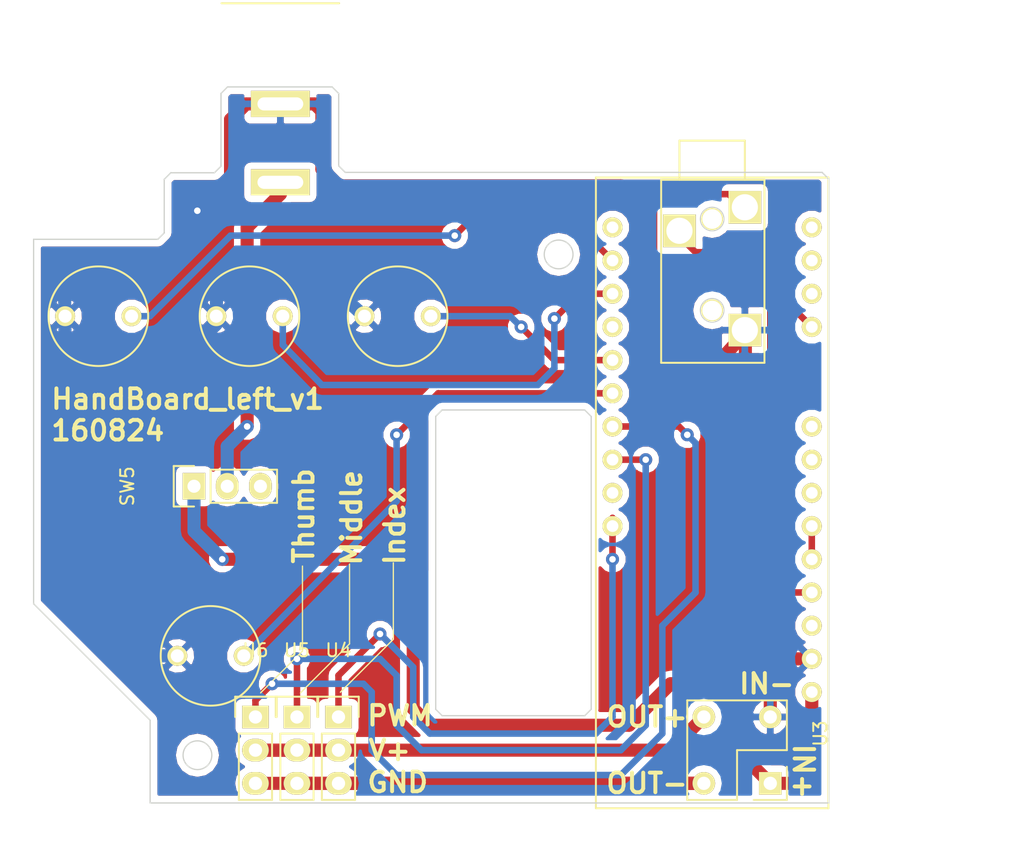
<source format=kicad_pcb>
(kicad_pcb (version 4) (host pcbnew 4.0.1-stable)

  (general
    (links 27)
    (no_connects 0)
    (area 66.77107 66.4136 172.351101 164.673601)
    (thickness 1.6)
    (drawings 67)
    (tracks 155)
    (zones 0)
    (modules 12)
    (nets 25)
  )

  (page A4)
  (layers
    (0 F.Cu signal)
    (31 B.Cu signal)
    (32 B.Adhes user hide)
    (33 F.Adhes user hide)
    (34 B.Paste user hide)
    (35 F.Paste user hide)
    (36 B.SilkS user)
    (37 F.SilkS user)
    (38 B.Mask user hide)
    (39 F.Mask user hide)
    (40 Dwgs.User user hide)
    (41 Cmts.User user hide)
    (42 Eco1.User user hide)
    (43 Eco2.User user hide)
    (44 Edge.Cuts user)
    (45 Margin user hide)
    (46 B.CrtYd user hide)
    (47 F.CrtYd user hide)
    (48 B.Fab user hide)
    (49 F.Fab user hide)
  )

  (setup
    (last_trace_width 0.5)
    (user_trace_width 0.5)
    (user_trace_width 1)
    (trace_clearance 0.2)
    (zone_clearance 0.508)
    (zone_45_only yes)
    (trace_min 0.2)
    (segment_width 0.1)
    (edge_width 0.1)
    (via_size 1)
    (via_drill 0.5)
    (via_min_size 0.4)
    (via_min_drill 0.4)
    (user_via 1 0.4)
    (user_via 1.5 0.4)
    (uvia_size 0.3)
    (uvia_drill 0.1)
    (uvias_allowed no)
    (uvia_min_size 0.2)
    (uvia_min_drill 0.1)
    (pcb_text_width 0.3)
    (pcb_text_size 1.5 1.5)
    (mod_edge_width 0.15)
    (mod_text_size 1 1)
    (mod_text_width 0.15)
    (pad_size 2 4.5)
    (pad_drill 1)
    (pad_to_mask_clearance 0.1)
    (solder_mask_min_width 0.1)
    (aux_axis_origin 157.4711 80.7836)
    (grid_origin 156.1211 84.6836)
    (visible_elements 7FFCDE09)
    (pcbplotparams
      (layerselection 0x010f0_80000001)
      (usegerberextensions true)
      (excludeedgelayer true)
      (linewidth 0.100000)
      (plotframeref false)
      (viasonmask false)
      (mode 1)
      (useauxorigin false)
      (hpglpennumber 1)
      (hpglpenspeed 20)
      (hpglpendiameter 15)
      (hpglpenoverlay 2)
      (psnegative false)
      (psa4output false)
      (plotreference false)
      (plotvalue false)
      (plotinvisibletext false)
      (padsonsilk false)
      (subtractmaskfromsilk false)
      (outputformat 1)
      (mirror false)
      (drillshape 0)
      (scaleselection 1)
      (outputdirectory 160824HandBoard_left_v1/))
  )

  (net 0 "")
  (net 1 "Net-(CON1-Pad1)")
  (net 2 "Net-(SW5-Pad1)")
  (net 3 "Net-(SW5-Pad3)")
  (net 4 "Net-(U1-Pad4)")
  (net 5 "Net-(U1-Pad2)")
  (net 6 "Net-(U2-PadNC)")
  (net 7 "Net-(U2-Pad13)")
  (net 8 "Net-(U2-Pad3)")
  (net 9 "Net-(U2-Pad5)")
  (net 10 "Net-(U2-Pad6)")
  (net 11 "Net-(U2-Pad12)")
  (net 12 "Net-(U3-Pad3)")
  (net 13 "Net-(U3-Pad4)")
  (net 14 "Net-(SW1:MAX1-Pad2)")
  (net 15 "Net-(CON1-Pad2)")
  (net 16 /SW_OPEN)
  (net 17 /SW_MODE)
  (net 18 /SW_PINCH)
  (net 19 "Net-(U2-PadA3)")
  (net 20 "Net-(U2-PadA4)")
  (net 21 "Net-(U2-PadA5)")
  (net 22 "Net-(U2-PadA6)")
  (net 23 "Net-(U2-PadRST)")
  (net 24 "Net-(U2-Pad3V3)")

  (net_class Default "これは標準のネット クラスです。"
    (clearance 0.2)
    (trace_width 0.5)
    (via_dia 1)
    (via_drill 0.5)
    (uvia_dia 0.3)
    (uvia_drill 0.1)
    (add_net /SW_MODE)
    (add_net /SW_OPEN)
    (add_net /SW_PINCH)
    (add_net "Net-(CON1-Pad1)")
    (add_net "Net-(CON1-Pad2)")
    (add_net "Net-(SW1:MAX1-Pad2)")
    (add_net "Net-(SW5-Pad1)")
    (add_net "Net-(SW5-Pad3)")
    (add_net "Net-(U1-Pad2)")
    (add_net "Net-(U1-Pad4)")
    (add_net "Net-(U2-Pad12)")
    (add_net "Net-(U2-Pad13)")
    (add_net "Net-(U2-Pad3)")
    (add_net "Net-(U2-Pad3V3)")
    (add_net "Net-(U2-Pad5)")
    (add_net "Net-(U2-Pad6)")
    (add_net "Net-(U2-PadA3)")
    (add_net "Net-(U2-PadA4)")
    (add_net "Net-(U2-PadA5)")
    (add_net "Net-(U2-PadA6)")
    (add_net "Net-(U2-PadNC)")
    (add_net "Net-(U2-PadRST)")
    (add_net "Net-(U3-Pad3)")
    (add_net "Net-(U3-Pad4)")
  )

  (net_class Custom01 ""
    (clearance 0.2)
    (trace_width 1)
    (via_dia 2)
    (via_drill 0.5)
    (uvia_dia 0.3)
    (uvia_drill 0.1)
  )

  (module HACKberry_v1:Pin_Header_Straight_2x02_Left_DCDC (layer F.Cu) (tedit 575566D3) (tstamp 57556A42)
    (at 151.6761 134.8486 270)
    (descr "Through hole pin header")
    (tags "pin header")
    (path /55C499A9)
    (fp_text reference U3 (at 0 -5.1 270) (layer F.SilkS)
      (effects (font (size 1 1) (thickness 0.15)))
    )
    (fp_text value "Seed_Studio_Adjustable_DC/DC_Power_Converter_(1.25V_-_35V/3A)" (at 0 -3.81 270) (layer F.Fab)
      (effects (font (size 1 1) (thickness 0.15)))
    )
    (fp_line (start 2.54 -2.54) (end 5.08 -2.54) (layer F.SilkS) (width 0.15))
    (fp_line (start 5.08 -2.54) (end 5.08 0) (layer F.SilkS) (width 0.15))
    (fp_line (start -2.54 -2.54) (end -2.54 5.08) (layer F.SilkS) (width 0.15))
    (fp_line (start -2.54 5.08) (end 5.08 5.08) (layer F.SilkS) (width 0.15))
    (fp_line (start 5.08 5.08) (end 5.08 1.27) (layer F.SilkS) (width 0.15))
    (fp_line (start 5.08 1.27) (end 1.27 1.27) (layer F.SilkS) (width 0.15))
    (fp_line (start 1.27 1.27) (end 1.27 -2.54) (layer F.SilkS) (width 0.15))
    (fp_line (start 1.27 -2.54) (end -2.54 -2.54) (layer F.SilkS) (width 0.15))
    (pad 1 thru_hole rect (at 3.81 -1.27 270) (size 1.7272 1.7272) (drill 1.016) (layers *.Cu *.Mask F.SilkS)
      (net 2 "Net-(SW5-Pad1)"))
    (pad 2 thru_hole oval (at -1.27 -1.27 270) (size 1.7272 1.7272) (drill 1.016) (layers *.Cu *.Mask F.SilkS)
      (net 15 "Net-(CON1-Pad2)"))
    (pad 3 thru_hole oval (at 3.81 3.81 270) (size 1.7272 1.7272) (drill 1.016) (layers *.Cu *.Mask F.SilkS)
      (net 12 "Net-(U3-Pad3)"))
    (pad 4 thru_hole oval (at -1.27 3.81 270) (size 1.7272 1.7272) (drill 1.016) (layers *.Cu *.Mask F.SilkS)
      (net 13 "Net-(U3-Pad4)"))
    (model Pin_Headers.3dshapes/Pin_Header_Straight_2x02.wrl
      (at (xyz 0.05 -0.05 0))
      (scale (xyz 1 1 1))
      (rotate (xyz 0 0 90))
    )
  )

  (module HACKberry_v1:Arduino_Micro (layer F.Cu) (tedit 575568DF) (tstamp 57556C65)
    (at 148.5011 116.4336 180)
    (path /55C4A094)
    (fp_text reference U2 (at 0 0.5 180) (layer F.SilkS) hide
      (effects (font (size 1 1) (thickness 0.15)))
    )
    (fp_text value Arduino_Micro (at 0 -0.5 180) (layer F.Fab)
      (effects (font (size 1 1) (thickness 0.15)))
    )
    (fp_line (start -8.89 24.13) (end -8.89 -24.13) (layer F.SilkS) (width 0.15))
    (fp_line (start -8.89 -24.13) (end 8.89 -24.13) (layer F.SilkS) (width 0.15))
    (fp_line (start 8.89 -24.13) (end 8.89 24.13) (layer F.SilkS) (width 0.15))
    (fp_line (start 8.89 24.13) (end -8.89 24.13) (layer F.SilkS) (width 0.15))
    (pad 9 thru_hole circle (at 7.62 12.7 180) (size 1.524 1.524) (drill 0.9) (layers *.Cu *.Mask F.SilkS))
    (pad 3 thru_hole circle (at 7.62 -2.54 180) (size 1.524 1.524) (drill 0.9) (layers *.Cu *.Mask F.SilkS)
      (net 8 "Net-(U2-Pad3)"))
    (pad VIN thru_hole circle (at -7.62 -15.24 180) (size 1.524 1.524) (drill 0.9) (layers *.Cu *.Mask F.SilkS)
      (net 2 "Net-(SW5-Pad1)"))
    (pad GND thru_hole circle (at -7.62 -12.7 180) (size 1.524 1.524) (drill 0.9) (layers *.Cu *.Mask F.SilkS)
      (net 15 "Net-(CON1-Pad2)"))
    (pad RST thru_hole circle (at -7.62 -10.16 180) (size 1.524 1.524) (drill 0.9) (layers *.Cu *.Mask F.SilkS)
      (net 23 "Net-(U2-PadRST)"))
    (pad 5V thru_hole circle (at -7.62 -7.62 180) (size 1.524 1.524) (drill 0.9) (layers *.Cu *.Mask F.SilkS)
      (net 5 "Net-(U1-Pad2)"))
    (pad NC thru_hole circle (at -7.62 -5.08 180) (size 1.524 1.524) (drill 0.9) (layers *.Cu *.Mask F.SilkS)
      (net 6 "Net-(U2-PadNC)"))
    (pad NC thru_hole circle (at -7.62 -2.54 180) (size 1.524 1.524) (drill 0.9) (layers *.Cu *.Mask F.SilkS)
      (net 6 "Net-(U2-PadNC)"))
    (pad 13 thru_hole circle (at -7.62 20.32 180) (size 1.524 1.524) (drill 0.9) (layers *.Cu *.Mask F.SilkS)
      (net 7 "Net-(U2-Pad13)"))
    (pad 3V3 thru_hole circle (at -7.62 17.78 180) (size 1.524 1.524) (drill 0.9) (layers *.Cu *.Mask F.SilkS)
      (net 24 "Net-(U2-Pad3V3)"))
    (pad AREF thru_hole circle (at -7.62 15.24 180) (size 1.524 1.524) (drill 0.9) (layers *.Cu *.Mask F.SilkS))
    (pad A0 thru_hole circle (at -7.62 12.7 180) (size 1.524 1.524) (drill 0.9) (layers *.Cu *.Mask F.SilkS)
      (net 4 "Net-(U1-Pad4)"))
    (pad A3 thru_hole circle (at -7.62 5.08 180) (size 1.524 1.524) (drill 0.9) (layers *.Cu *.Mask F.SilkS)
      (net 19 "Net-(U2-PadA3)"))
    (pad A4 thru_hole circle (at -7.62 2.54 180) (size 1.524 1.524) (drill 0.9) (layers *.Cu *.Mask F.SilkS)
      (net 20 "Net-(U2-PadA4)"))
    (pad A5 thru_hole circle (at -7.62 0 180) (size 1.524 1.524) (drill 0.9) (layers *.Cu *.Mask F.SilkS)
      (net 21 "Net-(U2-PadA5)"))
    (pad 3 thru_hole circle (at 7.62 -2.54 180) (size 1.524 1.524) (drill 0.762) (layers *.Cu *.Mask F.SilkS)
      (net 8 "Net-(U2-Pad3)"))
    (pad A6 thru_hole circle (at 7.62 0 180) (size 1.524 1.524) (drill 0.9) (layers *.Cu *.Mask F.SilkS)
      (net 22 "Net-(U2-PadA6)"))
    (pad 5 thru_hole circle (at 7.62 2.54 180) (size 1.524 1.524) (drill 0.9) (layers *.Cu *.Mask F.SilkS)
      (net 9 "Net-(U2-Pad5)"))
    (pad 6 thru_hole circle (at 7.62 5.08 180) (size 1.524 1.524) (drill 0.9) (layers *.Cu *.Mask F.SilkS)
      (net 10 "Net-(U2-Pad6)"))
    (pad 7 thru_hole circle (at 7.62 7.62 180) (size 1.524 1.524) (drill 0.9) (layers *.Cu *.Mask F.SilkS)
      (net 18 /SW_PINCH))
    (pad 8 thru_hole circle (at 7.62 10.16 180) (size 1.524 1.524) (drill 0.9) (layers *.Cu *.Mask F.SilkS)
      (net 17 /SW_MODE))
    (pad 10 thru_hole circle (at 7.62 15.24 180) (size 1.524 1.524) (drill 0.9) (layers *.Cu *.Mask F.SilkS)
      (net 16 /SW_OPEN))
    (pad 11 thru_hole circle (at 7.62 17.78 180) (size 1.524 1.524) (drill 0.9) (layers *.Cu *.Mask F.SilkS)
      (net 14 "Net-(SW1:MAX1-Pad2)"))
    (pad 12 thru_hole circle (at 7.62 20.32 180) (size 1.524 1.524) (drill 0.9) (layers *.Cu *.Mask F.SilkS)
      (net 11 "Net-(U2-Pad12)"))
  )

  (module HACKberry_v1:SKRGAQ0010 (layer F.Cu) (tedit 56333A90) (tstamp 55951BFF)
    (at 101.5611 102.9136 90)
    (path /555F3438)
    (fp_text reference SW1:MAX1 (at 0 5.08 90) (layer F.SilkS) hide
      (effects (font (size 1 1) (thickness 0.15)))
    )
    (fp_text value SW_PUSH_SKRGAQD010 (at 0 -5.08 90) (layer F.Fab)
      (effects (font (size 1 1) (thickness 0.15)))
    )
    (fp_circle (center 0 0) (end 0 -3.81) (layer F.SilkS) (width 0.15))
    (pad 1 thru_hole circle (at 0 -2.54 90) (size 1.524 1.524) (drill 1) (layers *.Cu *.Mask F.SilkS)
      (net 15 "Net-(CON1-Pad2)"))
    (pad 2 thru_hole circle (at 0 2.54 90) (size 1.524 1.524) (drill 1) (layers *.Cu *.Mask F.SilkS)
      (net 14 "Net-(SW1:MAX1-Pad2)"))
  )

  (module HACKberry_v1:SKRGAQ0010 (layer F.Cu) (tedit 56333A84) (tstamp 55951C05)
    (at 113.1211 102.9136 90)
    (path /555F3584)
    (fp_text reference SW2:MIN1 (at 0 5.08 90) (layer F.SilkS) hide
      (effects (font (size 1 1) (thickness 0.15)))
    )
    (fp_text value SW_PUSH_SKRGAQD010 (at 0 -5.08 90) (layer F.Fab)
      (effects (font (size 1 1) (thickness 0.15)))
    )
    (fp_circle (center 0 0) (end 0 -3.81) (layer F.SilkS) (width 0.15))
    (pad 1 thru_hole circle (at 0 -2.54 90) (size 1.524 1.524) (drill 1) (layers *.Cu *.Mask F.SilkS)
      (net 15 "Net-(CON1-Pad2)"))
    (pad 2 thru_hole circle (at 0 2.54 90) (size 1.524 1.524) (drill 1) (layers *.Cu *.Mask F.SilkS)
      (net 16 /SW_OPEN))
  )

  (module HACKberry_v1:SKRGAQ0010 (layer F.Cu) (tedit 56333A76) (tstamp 55951C0B)
    (at 124.4511 102.9136 90)
    (path /555F35CD)
    (fp_text reference SW3:Thumb1 (at 0 5.08 90) (layer F.SilkS) hide
      (effects (font (size 1 1) (thickness 0.15)))
    )
    (fp_text value SW_PUSH_SKRGAQD010 (at 0 -5.08 90) (layer F.Fab)
      (effects (font (size 1 1) (thickness 0.15)))
    )
    (fp_circle (center 0 0) (end 0 -3.81) (layer F.SilkS) (width 0.15))
    (pad 1 thru_hole circle (at 0 -2.54 90) (size 1.524 1.524) (drill 1) (layers *.Cu *.Mask F.SilkS)
      (net 15 "Net-(CON1-Pad2)"))
    (pad 2 thru_hole circle (at 0 2.54 90) (size 1.524 1.524) (drill 1) (layers *.Cu *.Mask F.SilkS)
      (net 17 /SW_MODE))
  )

  (module HACKberry_v1:SKRGAQ0010 (layer F.Cu) (tedit 5633399F) (tstamp 55951C11)
    (at 110.1411 128.9036 90)
    (path /55950644)
    (fp_text reference SW4:Middle1 (at 0 5.08 90) (layer F.SilkS) hide
      (effects (font (size 1 1) (thickness 0.15)))
    )
    (fp_text value SW_PUSH_SKRGAQD010 (at 0 -5.08 90) (layer F.Fab)
      (effects (font (size 1 1) (thickness 0.15)))
    )
    (fp_circle (center 0 0) (end 0 -3.81) (layer F.SilkS) (width 0.15))
    (pad 1 thru_hole circle (at 0 -2.54 90) (size 1.524 1.524) (drill 1) (layers *.Cu *.Mask F.SilkS)
      (net 15 "Net-(CON1-Pad2)"))
    (pad 2 thru_hole circle (at 0 2.54 90) (size 1.524 1.524) (drill 1) (layers *.Cu *.Mask F.SilkS)
      (net 18 /SW_PINCH))
  )

  (module Pin_Headers:Pin_Header_Straight_1x03 (layer F.Cu) (tedit 56333FF5) (tstamp 55951732)
    (at 108.8771 115.9256 90)
    (descr "Through hole pin header")
    (tags "pin header")
    (path /555F35ED)
    (fp_text reference SW5 (at 0 -5.1 90) (layer F.SilkS)
      (effects (font (size 1 1) (thickness 0.15)))
    )
    (fp_text value SWITCH_SS-12SDP2 (at 0 -3.1 90) (layer F.Fab)
      (effects (font (size 1 1) (thickness 0.15)))
    )
    (fp_line (start -1.75 -1.75) (end -1.75 6.85) (layer F.CrtYd) (width 0.05))
    (fp_line (start 1.75 -1.75) (end 1.75 6.85) (layer F.CrtYd) (width 0.05))
    (fp_line (start -1.75 -1.75) (end 1.75 -1.75) (layer F.CrtYd) (width 0.05))
    (fp_line (start -1.75 6.85) (end 1.75 6.85) (layer F.CrtYd) (width 0.05))
    (fp_line (start -1.27 1.27) (end -1.27 6.35) (layer F.SilkS) (width 0.15))
    (fp_line (start -1.27 6.35) (end 1.27 6.35) (layer F.SilkS) (width 0.15))
    (fp_line (start 1.27 6.35) (end 1.27 1.27) (layer F.SilkS) (width 0.15))
    (fp_line (start 1.55 -1.55) (end 1.55 0) (layer F.SilkS) (width 0.15))
    (fp_line (start 1.27 1.27) (end -1.27 1.27) (layer F.SilkS) (width 0.15))
    (fp_line (start -1.55 0) (end -1.55 -1.55) (layer F.SilkS) (width 0.15))
    (fp_line (start -1.55 -1.55) (end 1.55 -1.55) (layer F.SilkS) (width 0.15))
    (pad 1 thru_hole rect (at 0 0 90) (size 2.032 1.7272) (drill 1) (layers *.Cu *.Mask F.SilkS)
      (net 2 "Net-(SW5-Pad1)"))
    (pad 2 thru_hole oval (at 0 2.54 90) (size 2.032 1.7272) (drill 1) (layers *.Cu *.Mask F.SilkS)
      (net 1 "Net-(CON1-Pad1)"))
    (pad 3 thru_hole oval (at 0 5.08 90) (size 2.032 1.7272) (drill 1) (layers *.Cu *.Mask F.SilkS)
      (net 3 "Net-(SW5-Pad3)"))
    (model Pin_Headers.3dshapes/Pin_Header_Straight_1x03.wrl
      (at (xyz 0 -0.1 0))
      (scale (xyz 1 1 1))
      (rotate (xyz 0 0 90))
    )
  )

  (module HACKberry_v1:MJ179PH (layer F.Cu) (tedit 5755548F) (tstamp 575186F0)
    (at 115.4811 78.9686 270)
    (path /55C49688)
    (fp_text reference CON1 (at 13.7 3.75 270) (layer F.SilkS) hide
      (effects (font (size 1 1) (thickness 0.15)))
    )
    (fp_text value BARREL_JACK (at 13.5 -7.25 270) (layer F.Fab)
      (effects (font (size 1 1) (thickness 0.15)))
    )
    (fp_line (start 0 -4.5) (end 0 4.5) (layer F.SilkS) (width 0.15))
    (pad 2 thru_hole rect (at 7.7 0 270) (size 2 4.5) (drill oval 1 3.5) (layers *.Cu *.Mask F.SilkS)
      (net 15 "Net-(CON1-Pad2)"))
    (pad 1 thru_hole rect (at 13.7 0 270) (size 2 4.5) (drill oval 1 3.5) (layers *.Cu *.Mask F.SilkS)
      (net 1 "Net-(CON1-Pad1)"))
  )

  (module Pin_Headers:Pin_Header_Straight_1x03 (layer F.Cu) (tedit 0) (tstamp 57518722)
    (at 119.9261 133.5786)
    (descr "Through hole pin header")
    (tags "pin header")
    (path /55C4A9EF)
    (fp_text reference U4 (at 0 -5.1) (layer F.SilkS)
      (effects (font (size 1 1) (thickness 0.15)))
    )
    (fp_text value Servo_Motor_S03N (at 0 -3.1) (layer F.Fab)
      (effects (font (size 1 1) (thickness 0.15)))
    )
    (fp_line (start -1.75 -1.75) (end -1.75 6.85) (layer F.CrtYd) (width 0.05))
    (fp_line (start 1.75 -1.75) (end 1.75 6.85) (layer F.CrtYd) (width 0.05))
    (fp_line (start -1.75 -1.75) (end 1.75 -1.75) (layer F.CrtYd) (width 0.05))
    (fp_line (start -1.75 6.85) (end 1.75 6.85) (layer F.CrtYd) (width 0.05))
    (fp_line (start -1.27 1.27) (end -1.27 6.35) (layer F.SilkS) (width 0.15))
    (fp_line (start -1.27 6.35) (end 1.27 6.35) (layer F.SilkS) (width 0.15))
    (fp_line (start 1.27 6.35) (end 1.27 1.27) (layer F.SilkS) (width 0.15))
    (fp_line (start 1.55 -1.55) (end 1.55 0) (layer F.SilkS) (width 0.15))
    (fp_line (start 1.27 1.27) (end -1.27 1.27) (layer F.SilkS) (width 0.15))
    (fp_line (start -1.55 0) (end -1.55 -1.55) (layer F.SilkS) (width 0.15))
    (fp_line (start -1.55 -1.55) (end 1.55 -1.55) (layer F.SilkS) (width 0.15))
    (pad 1 thru_hole rect (at 0 0) (size 2.032 1.7272) (drill 1.016) (layers *.Cu *.Mask F.SilkS)
      (net 8 "Net-(U2-Pad3)"))
    (pad 2 thru_hole oval (at 0 2.54) (size 2.032 1.7272) (drill 1.016) (layers *.Cu *.Mask F.SilkS)
      (net 13 "Net-(U3-Pad4)"))
    (pad 3 thru_hole oval (at 0 5.08) (size 2.032 1.7272) (drill 1.016) (layers *.Cu *.Mask F.SilkS)
      (net 12 "Net-(U3-Pad3)"))
    (model Pin_Headers.3dshapes/Pin_Header_Straight_1x03.wrl
      (at (xyz 0 -0.1 0))
      (scale (xyz 1 1 1))
      (rotate (xyz 0 0 90))
    )
  )

  (module Pin_Headers:Pin_Header_Straight_1x03 (layer F.Cu) (tedit 0) (tstamp 57518729)
    (at 116.7511 133.5786)
    (descr "Through hole pin header")
    (tags "pin header")
    (path /55C4ACAA)
    (fp_text reference U5 (at 0 -5.1) (layer F.SilkS)
      (effects (font (size 1 1) (thickness 0.15)))
    )
    (fp_text value Servo_Motor_ES08MD (at 0 -3.1) (layer F.Fab)
      (effects (font (size 1 1) (thickness 0.15)))
    )
    (fp_line (start -1.75 -1.75) (end -1.75 6.85) (layer F.CrtYd) (width 0.05))
    (fp_line (start 1.75 -1.75) (end 1.75 6.85) (layer F.CrtYd) (width 0.05))
    (fp_line (start -1.75 -1.75) (end 1.75 -1.75) (layer F.CrtYd) (width 0.05))
    (fp_line (start -1.75 6.85) (end 1.75 6.85) (layer F.CrtYd) (width 0.05))
    (fp_line (start -1.27 1.27) (end -1.27 6.35) (layer F.SilkS) (width 0.15))
    (fp_line (start -1.27 6.35) (end 1.27 6.35) (layer F.SilkS) (width 0.15))
    (fp_line (start 1.27 6.35) (end 1.27 1.27) (layer F.SilkS) (width 0.15))
    (fp_line (start 1.55 -1.55) (end 1.55 0) (layer F.SilkS) (width 0.15))
    (fp_line (start 1.27 1.27) (end -1.27 1.27) (layer F.SilkS) (width 0.15))
    (fp_line (start -1.55 0) (end -1.55 -1.55) (layer F.SilkS) (width 0.15))
    (fp_line (start -1.55 -1.55) (end 1.55 -1.55) (layer F.SilkS) (width 0.15))
    (pad 1 thru_hole rect (at 0 0) (size 2.032 1.7272) (drill 1.016) (layers *.Cu *.Mask F.SilkS)
      (net 9 "Net-(U2-Pad5)"))
    (pad 2 thru_hole oval (at 0 2.54) (size 2.032 1.7272) (drill 1.016) (layers *.Cu *.Mask F.SilkS)
      (net 13 "Net-(U3-Pad4)"))
    (pad 3 thru_hole oval (at 0 5.08) (size 2.032 1.7272) (drill 1.016) (layers *.Cu *.Mask F.SilkS)
      (net 12 "Net-(U3-Pad3)"))
    (model Pin_Headers.3dshapes/Pin_Header_Straight_1x03.wrl
      (at (xyz 0 -0.1 0))
      (scale (xyz 1 1 1))
      (rotate (xyz 0 0 90))
    )
  )

  (module Pin_Headers:Pin_Header_Straight_1x03 (layer F.Cu) (tedit 0) (tstamp 57518730)
    (at 113.5761 133.5786)
    (descr "Through hole pin header")
    (tags "pin header")
    (path /55C4ACE8)
    (fp_text reference U6 (at 0 -5.1) (layer F.SilkS)
      (effects (font (size 1 1) (thickness 0.15)))
    )
    (fp_text value Servo_Motor_ES08MD (at 0 -3.1) (layer F.Fab)
      (effects (font (size 1 1) (thickness 0.15)))
    )
    (fp_line (start -1.75 -1.75) (end -1.75 6.85) (layer F.CrtYd) (width 0.05))
    (fp_line (start 1.75 -1.75) (end 1.75 6.85) (layer F.CrtYd) (width 0.05))
    (fp_line (start -1.75 -1.75) (end 1.75 -1.75) (layer F.CrtYd) (width 0.05))
    (fp_line (start -1.75 6.85) (end 1.75 6.85) (layer F.CrtYd) (width 0.05))
    (fp_line (start -1.27 1.27) (end -1.27 6.35) (layer F.SilkS) (width 0.15))
    (fp_line (start -1.27 6.35) (end 1.27 6.35) (layer F.SilkS) (width 0.15))
    (fp_line (start 1.27 6.35) (end 1.27 1.27) (layer F.SilkS) (width 0.15))
    (fp_line (start 1.55 -1.55) (end 1.55 0) (layer F.SilkS) (width 0.15))
    (fp_line (start 1.27 1.27) (end -1.27 1.27) (layer F.SilkS) (width 0.15))
    (fp_line (start -1.55 0) (end -1.55 -1.55) (layer F.SilkS) (width 0.15))
    (fp_line (start -1.55 -1.55) (end 1.55 -1.55) (layer F.SilkS) (width 0.15))
    (pad 1 thru_hole rect (at 0 0) (size 2.032 1.7272) (drill 1.016) (layers *.Cu *.Mask F.SilkS)
      (net 10 "Net-(U2-Pad6)"))
    (pad 2 thru_hole oval (at 0 2.54) (size 2.032 1.7272) (drill 1.016) (layers *.Cu *.Mask F.SilkS)
      (net 13 "Net-(U3-Pad4)"))
    (pad 3 thru_hole oval (at 0 5.08) (size 2.032 1.7272) (drill 1.016) (layers *.Cu *.Mask F.SilkS)
      (net 12 "Net-(U3-Pad3)"))
    (model Pin_Headers.3dshapes/Pin_Header_Straight_1x03.wrl
      (at (xyz 0 -0.1 0))
      (scale (xyz 1 1 1))
      (rotate (xyz 0 0 90))
    )
  )

  (module HACKberry_v1:MINIATURE_JACK_MJ-4535-3 (layer F.Cu) (tedit 56332A45) (tstamp 57556B87)
    (at 148.5011 95.4786 90)
    (path /55C4B2D6)
    (fp_text reference U1 (at 0 3.81 90) (layer F.SilkS) hide
      (effects (font (size 1 1) (thickness 0.15)))
    )
    (fp_text value 3-CONDUCTOR_MINIATUIRE_JACK_MJ-4535-3-RESCUE-HandBoard_v1 (at 0 -5 90) (layer F.Fab)
      (effects (font (size 1 1) (thickness 0.15)))
    )
    (fp_line (start 3 -3.9) (end -11 -3.9) (layer F.SilkS) (width 0.15))
    (fp_line (start -11 -3.9) (end -11 4) (layer F.SilkS) (width 0.15))
    (fp_line (start -11 4) (end 3 4) (layer F.SilkS) (width 0.15))
    (fp_line (start 3 4) (end 3 -3.9) (layer F.SilkS) (width 0.15))
    (fp_line (start 6 2.5) (end 3 2.5) (layer F.SilkS) (width 0.15))
    (fp_line (start 6 -2.5) (end 6 2.5) (layer F.SilkS) (width 0.15))
    (fp_line (start 3 -2.5) (end 6 -2.5) (layer F.SilkS) (width 0.15))
    (fp_circle (center -7 0) (end -6.8 0.8) (layer F.SilkS) (width 0.15))
    (fp_circle (center 0 0) (end -0.2 0.8) (layer F.SilkS) (width 0.15))
    (pad 4 thru_hole rect (at -0.9 -2.5 90) (size 2.5 2.5) (drill oval 2) (layers *.Cu *.Mask F.SilkS)
      (net 4 "Net-(U1-Pad4)"))
    (pad 2 thru_hole rect (at 0.9 2.5 90) (size 2.5 2.5) (drill oval 2) (layers *.Cu *.Mask F.SilkS)
      (net 5 "Net-(U1-Pad2)"))
    (pad 1 thru_hole rect (at -8.5 2.5 90) (size 2.5 2.5) (drill oval 2) (layers *.Cu *.Mask F.SilkS)
      (net 15 "Net-(CON1-Pad2)"))
  )

  (dimension 11.33 (width 0.3) (layer Eco2.User)
    (gr_text "11.330 mm" (at 121.3261 68.2436) (layer Eco2.User)
      (effects (font (size 1.5 1.5) (thickness 0.3)))
    )
    (feature1 (pts (xy 126.9911 102.9136) (xy 126.9911 66.8936)))
    (feature2 (pts (xy 115.6611 102.9136) (xy 115.6611 66.8936)))
    (crossbar (pts (xy 115.6611 69.5936) (xy 126.9911 69.5936)))
    (arrow1a (pts (xy 126.9911 69.5936) (xy 125.864596 70.180021)))
    (arrow1b (pts (xy 126.9911 69.5936) (xy 125.864596 69.007179)))
    (arrow2a (pts (xy 115.6611 69.5936) (xy 116.787604 70.180021)))
    (arrow2b (pts (xy 115.6611 69.5936) (xy 116.787604 69.007179)))
  )
  (dimension 11.55 (width 0.3) (layer Eco2.User)
    (gr_text "11.550 mm" (at 109.8861 72.9136) (layer Eco2.User)
      (effects (font (size 1.5 1.5) (thickness 0.3)))
    )
    (feature1 (pts (xy 115.6611 102.9136) (xy 115.6611 71.5636)))
    (feature2 (pts (xy 104.1111 102.9136) (xy 104.1111 71.5636)))
    (crossbar (pts (xy 104.1111 74.2636) (xy 115.6611 74.2636)))
    (arrow1a (pts (xy 115.6611 74.2636) (xy 114.534596 74.850021)))
    (arrow1b (pts (xy 115.6611 74.2636) (xy 114.534596 73.677179)))
    (arrow2a (pts (xy 104.1111 74.2636) (xy 105.237604 74.850021)))
    (arrow2b (pts (xy 104.1111 74.2636) (xy 105.237604 73.677179)))
  )
  (dimension 7.3 (width 0.3) (layer Eco2.User)
    (gr_text "7.300 mm" (at 107.7611 82.0036) (layer Eco2.User)
      (effects (font (size 1.5 1.5) (thickness 0.3)))
    )
    (feature1 (pts (xy 104.1111 115.9136) (xy 104.1111 80.6536)))
    (feature2 (pts (xy 111.4111 115.9136) (xy 111.4111 80.6536)))
    (crossbar (pts (xy 111.4111 83.3536) (xy 104.1111 83.3536)))
    (arrow1a (pts (xy 104.1111 83.3536) (xy 105.237604 82.767179)))
    (arrow1b (pts (xy 104.1111 83.3536) (xy 105.237604 83.940021)))
    (arrow2a (pts (xy 111.4111 83.3536) (xy 110.284596 82.767179)))
    (arrow2b (pts (xy 111.4111 83.3536) (xy 110.284596 83.940021)))
  )
  (dimension 1.27 (width 0.3) (layer Eco2.User)
    (gr_text "1.270 mm" (at 112.0461 163.3236) (layer Eco2.User)
      (effects (font (size 1.5 1.5) (thickness 0.3)))
    )
    (feature1 (pts (xy 111.4111 115.9136) (xy 111.4111 164.6736)))
    (feature2 (pts (xy 112.6811 115.9136) (xy 112.6811 164.6736)))
    (crossbar (pts (xy 112.6811 161.9736) (xy 111.4111 161.9736)))
    (arrow1a (pts (xy 111.4111 161.9736) (xy 112.537604 161.387179)))
    (arrow1b (pts (xy 111.4111 161.9736) (xy 112.537604 162.560021)))
    (arrow2a (pts (xy 112.6811 161.9736) (xy 111.554596 161.387179)))
    (arrow2b (pts (xy 112.6811 161.9736) (xy 111.554596 162.560021)))
  )
  (dimension 13.000004 (width 0.3) (layer Eco2.User)
    (gr_text "13.000 mm" (at 73.698915 122.442613 270.0440737) (layer Eco2.User)
      (effects (font (size 1.5 1.5) (thickness 0.3)))
    )
    (feature1 (pts (xy 111.4111 115.9136) (xy 72.343916 115.943652)))
    (feature2 (pts (xy 111.4211 128.9136) (xy 72.353916 128.943652)))
    (crossbar (pts (xy 75.053915 128.941575) (xy 75.043915 115.941575)))
    (arrow1a (pts (xy 75.043915 115.941575) (xy 75.631202 117.067627)))
    (arrow1b (pts (xy 75.043915 115.941575) (xy 74.458361 117.06853)))
    (arrow2a (pts (xy 75.053915 128.941575) (xy 75.639469 127.81462)))
    (arrow2b (pts (xy 75.053915 128.941575) (xy 74.466628 127.815523)))
  )
  (dimension 13 (width 0.3) (layer Eco2.User)
    (gr_text "13.000 mm" (at 78.3311 109.4136 90) (layer Eco2.User)
      (effects (font (size 1.5 1.5) (thickness 0.3)))
    )
    (feature1 (pts (xy 111.4111 102.9136) (xy 76.9811 102.9136)))
    (feature2 (pts (xy 111.4111 115.9136) (xy 76.9811 115.9136)))
    (crossbar (pts (xy 79.6811 115.9136) (xy 79.6811 102.9136)))
    (arrow1a (pts (xy 79.6811 102.9136) (xy 80.267521 104.040104)))
    (arrow1b (pts (xy 79.6811 102.9136) (xy 79.094679 104.040104)))
    (arrow2a (pts (xy 79.6811 115.9136) (xy 80.267521 114.787096)))
    (arrow2b (pts (xy 79.6811 115.9136) (xy 79.094679 114.787096)))
  )
  (dimension 3.65 (width 0.3) (layer Eco2.User)
    (gr_text "3.650 mm" (at 107.3361 143.8436) (layer Eco2.User)
      (effects (font (size 1.5 1.5) (thickness 0.3)))
    )
    (feature1 (pts (xy 105.5111 136.5136) (xy 105.5111 145.1936)))
    (feature2 (pts (xy 109.1611 136.5136) (xy 109.1611 145.1936)))
    (crossbar (pts (xy 109.1611 142.4936) (xy 105.5111 142.4936)))
    (arrow1a (pts (xy 105.5111 142.4936) (xy 106.637604 141.907179)))
    (arrow1b (pts (xy 105.5111 142.4936) (xy 106.637604 143.080021)))
    (arrow2a (pts (xy 109.1611 142.4936) (xy 108.034596 141.907179)))
    (arrow2b (pts (xy 109.1611 142.4936) (xy 108.034596 143.080021)))
  )
  (dimension 3.66 (width 0.3) (layer Eco2.User)
    (gr_text "3.660 mm" (at 78.1411 138.3336 270) (layer Eco2.User)
      (effects (font (size 1.5 1.5) (thickness 0.3)))
    )
    (feature1 (pts (xy 109.1611 140.1636) (xy 76.7911 140.1636)))
    (feature2 (pts (xy 109.1611 136.5036) (xy 76.7911 136.5036)))
    (crossbar (pts (xy 79.4911 136.5036) (xy 79.4911 140.1636)))
    (arrow1a (pts (xy 79.4911 140.1636) (xy 78.904679 139.037096)))
    (arrow1b (pts (xy 79.4911 140.1636) (xy 80.077521 139.037096)))
    (arrow2a (pts (xy 79.4911 136.5036) (xy 78.904679 137.630104)))
    (arrow2b (pts (xy 79.4911 136.5036) (xy 80.077521 137.630104)))
  )
  (dimension 2.25 (width 0.3) (layer Eco2.User)
    (gr_text "2.250 mm" (at 110.2861 152.9836) (layer Eco2.User)
      (effects (font (size 1.5 1.5) (thickness 0.3)))
    )
    (feature1 (pts (xy 109.1611 115.9136) (xy 109.1611 154.3336)))
    (feature2 (pts (xy 111.4111 115.9136) (xy 111.4111 154.3336)))
    (crossbar (pts (xy 111.4111 151.6336) (xy 109.1611 151.6336)))
    (arrow1a (pts (xy 109.1611 151.6336) (xy 110.287604 151.047179)))
    (arrow1b (pts (xy 109.1611 151.6336) (xy 110.287604 152.220021)))
    (arrow2a (pts (xy 111.4111 151.6336) (xy 110.284596 151.047179)))
    (arrow2b (pts (xy 111.4111 151.6336) (xy 110.284596 152.220021)))
  )
  (dimension 20.600002 (width 0.3) (layer Eco2.User)
    (gr_text "20.600 mm" (at 88.637392 126.224657 270.0278135) (layer Eco2.User)
      (effects (font (size 1.5 1.5) (thickness 0.3)))
    )
    (feature1 (pts (xy 111.4211 136.5136) (xy 87.292392 136.525313)))
    (feature2 (pts (xy 111.4111 115.9136) (xy 87.282392 115.925313)))
    (crossbar (pts (xy 89.982392 115.924002) (xy 89.992392 136.524002)))
    (arrow1a (pts (xy 89.992392 136.524002) (xy 89.405424 135.397783)))
    (arrow1b (pts (xy 89.992392 136.524002) (xy 90.578266 135.397214)))
    (arrow2a (pts (xy 89.982392 115.924002) (xy 89.396518 117.05079)))
    (arrow2b (pts (xy 89.982392 115.924002) (xy 90.56936 117.050221)))
  )
  (dimension 12.71 (width 0.3) (layer Eco1.User)
    (gr_text "12.710 mm" (at 121.8261 67.9136) (layer Eco1.User)
      (effects (font (size 1.5 1.5) (thickness 0.3)))
    )
    (feature1 (pts (xy 128.1811 102.7136) (xy 128.1811 66.5636)))
    (feature2 (pts (xy 115.4711 102.7136) (xy 115.4711 66.5636)))
    (crossbar (pts (xy 115.4711 69.2636) (xy 128.1811 69.2636)))
    (arrow1a (pts (xy 128.1811 69.2636) (xy 127.054596 69.850021)))
    (arrow1b (pts (xy 128.1811 69.2636) (xy 127.054596 68.677179)))
    (arrow2a (pts (xy 115.4711 69.2636) (xy 116.597604 69.850021)))
    (arrow2b (pts (xy 115.4711 69.2636) (xy 116.597604 68.677179)))
  )
  (dimension 11.400004 (width 0.3) (layer Eco1.User)
    (gr_text "11.400 mm" (at 109.75332 71.049089 0.05025944282) (layer Eco1.User)
      (effects (font (size 1.5 1.5) (thickness 0.3)))
    )
    (feature1 (pts (xy 115.4811 102.7136) (xy 115.452136 69.69409)))
    (feature2 (pts (xy 104.0811 102.7236) (xy 104.052136 69.70409)))
    (crossbar (pts (xy 104.054504 72.404089) (xy 115.454504 72.394089)))
    (arrow1a (pts (xy 115.454504 72.394089) (xy 114.328515 72.981498)))
    (arrow1b (pts (xy 115.454504 72.394089) (xy 114.327486 71.808657)))
    (arrow2a (pts (xy 104.054504 72.404089) (xy 105.181522 72.989521)))
    (arrow2b (pts (xy 104.054504 72.404089) (xy 105.180493 71.81668)))
  )
  (dimension 7.350027 (width 0.3) (layer Eco1.User)
    (gr_text "7.350 mm" (at 107.854723 75.994408 359.8440935) (layer Eco1.User)
      (effects (font (size 1.5 1.5) (thickness 0.3)))
    )
    (feature1 (pts (xy 104.0711 115.9036) (xy 104.183397 74.634413)))
    (feature2 (pts (xy 111.4211 115.9236) (xy 111.533397 74.654413)))
    (crossbar (pts (xy 111.52605 77.354403) (xy 104.17605 77.334403)))
    (arrow1a (pts (xy 104.17605 77.334403) (xy 105.304145 76.75105)))
    (arrow1b (pts (xy 104.17605 77.334403) (xy 105.300954 77.923887)))
    (arrow2a (pts (xy 111.52605 77.354403) (xy 110.401146 76.764919)))
    (arrow2b (pts (xy 111.52605 77.354403) (xy 110.397955 77.937756)))
  )
  (dimension 2.29 (width 0.3) (layer Eco1.User)
    (gr_text "2.290 mm" (at 112.5761 144.6536) (layer Eco1.User)
      (effects (font (size 1.5 1.5) (thickness 0.3)))
    )
    (feature1 (pts (xy 113.7211 115.9136) (xy 113.7211 146.0036)))
    (feature2 (pts (xy 111.4311 115.9136) (xy 111.4311 146.0036)))
    (crossbar (pts (xy 111.4311 143.3036) (xy 113.7211 143.3036)))
    (arrow1a (pts (xy 113.7211 143.3036) (xy 112.594596 143.890021)))
    (arrow1b (pts (xy 113.7211 143.3036) (xy 112.594596 142.717179)))
    (arrow2a (pts (xy 111.4311 143.3036) (xy 112.557604 143.890021)))
    (arrow2b (pts (xy 111.4311 143.3036) (xy 112.557604 142.717179)))
  )
  (dimension 13.200004 (width 0.3) (layer Eco1.User)
    (gr_text "13.200 mm" (at 73.421069 109.342383 270.0434059) (layer Eco1.User)
      (effects (font (size 1.5 1.5) (thickness 0.3)))
    )
    (feature1 (pts (xy 111.4111 102.7136) (xy 72.06607 102.743406)))
    (feature2 (pts (xy 111.4211 115.9136) (xy 72.07607 115.943406)))
    (crossbar (pts (xy 74.776069 115.941361) (xy 74.766069 102.741361)))
    (arrow1a (pts (xy 74.766069 102.741361) (xy 75.353343 103.86742)))
    (arrow1b (pts (xy 74.766069 102.741361) (xy 74.180502 103.868309)))
    (arrow2a (pts (xy 74.776069 115.941361) (xy 75.361636 114.814413)))
    (arrow2b (pts (xy 74.776069 115.941361) (xy 74.188795 114.815302)))
  )
  (dimension 11.950004 (width 0.3) (layer Eco1.User)
    (gr_text "11.950 mm" (at 77.385579 121.860122 89.95205375) (layer Eco1.User)
      (effects (font (size 1.5 1.5) (thickness 0.3)))
    )
    (feature1 (pts (xy 111.4111 127.8636) (xy 76.03058 127.833993)))
    (feature2 (pts (xy 111.4211 115.9136) (xy 76.04058 115.883993)))
    (crossbar (pts (xy 78.740579 115.886252) (xy 78.730579 127.836252)))
    (arrow1a (pts (xy 78.730579 127.836252) (xy 78.145101 126.709258)))
    (arrow1b (pts (xy 78.730579 127.836252) (xy 79.317942 126.710239)))
    (arrow2a (pts (xy 78.740579 115.886252) (xy 78.153216 117.012265)))
    (arrow2b (pts (xy 78.740579 115.886252) (xy 79.326057 117.013246)))
  )
  (gr_circle (center 148.5011 102.4636) (end 149.1361 103.0986) (layer Edge.Cuts) (width 0.1))
  (gr_circle (center 148.5011 95.4786) (end 149.1361 96.1136) (layer Edge.Cuts) (width 0.1))
  (gr_line (start 124.1211 127.6336) (end 124.1211 121.7836) (angle 90) (layer F.SilkS) (width 0.1))
  (gr_line (start 120.0711 131.6836) (end 124.1211 127.6336) (angle 90) (layer F.SilkS) (width 0.1))
  (gr_line (start 120.7711 127.9836) (end 120.7711 121.8836) (angle 90) (layer F.SilkS) (width 0.1))
  (gr_line (start 117.0211 131.7336) (end 120.7711 127.9836) (angle 90) (layer F.SilkS) (width 0.1))
  (gr_line (start 117.1711 128.5336) (end 113.9711 131.7336) (angle 90) (layer F.SilkS) (width 0.1))
  (gr_line (start 117.1711 122.0336) (end 117.1711 128.5336) (angle 90) (layer F.SilkS) (width 0.1))
  (gr_text "HandBoard_left_v1\n160824" (at 97.8011 110.4636) (layer F.SilkS)
    (effects (font (size 1.5 1.5) (thickness 0.3)) (justify left))
  )
  (gr_text IN- (at 150.4061 131.0386) (layer F.SilkS)
    (effects (font (size 1.5 1.5) (thickness 0.3)) (justify left))
  )
  (gr_text PWM (at 121.9711 133.4836) (layer F.SilkS)
    (effects (font (size 1.5 1.5) (thickness 0.3)) (justify left))
  )
  (gr_text V+ (at 122.0711 136.1336) (layer F.SilkS)
    (effects (font (size 1.5 1.5) (thickness 0.3)) (justify left))
  )
  (gr_text GND (at 121.9711 138.5836) (layer F.SilkS)
    (effects (font (size 1.5 1.5) (thickness 0.3)) (justify left))
  )
  (gr_text IN+ (at 155.4861 135.4836 270) (layer F.SilkS)
    (effects (font (size 1.5 1.5) (thickness 0.3)) (justify left))
  )
  (gr_text OUT- (at 140.2461 138.6586) (layer F.SilkS)
    (effects (font (size 1.5 1.5) (thickness 0.3)) (justify left))
  )
  (gr_text OUT+ (at 140.2461 133.5786) (layer F.SilkS)
    (effects (font (size 1.5 1.5) (thickness 0.3)) (justify left))
  )
  (gr_text Index (at 124.2211 115.7836 90) (layer F.SilkS)
    (effects (font (size 1.5 1.5) (thickness 0.3)) (justify right))
  )
  (gr_text Middle (at 120.9211 114.5336 90) (layer F.SilkS)
    (effects (font (size 1.5 1.5) (thickness 0.3)) (justify right))
  )
  (gr_text Thumb (at 117.2631 114.3936 90) (layer F.SilkS)
    (effects (font (size 1.5 1.5) (thickness 0.3)) (justify right))
  )
  (gr_line (start 119.9411 91.4096) (end 119.9411 85.8696) (angle 90) (layer Edge.Cuts) (width 0.1))
  (gr_line (start 111.4411 85.3696) (end 119.4411 85.3696) (angle 90) (layer Edge.Cuts) (width 0.1))
  (gr_line (start 119.9411 85.8696) (end 119.4411 85.3696) (angle 90) (layer Edge.Cuts) (width 0.1))
  (gr_line (start 110.9411 91.4396) (end 110.9411 85.8696) (angle 90) (layer Edge.Cuts) (width 0.1))
  (gr_line (start 110.9411 85.8696) (end 111.4411 85.3696) (angle 90) (layer Edge.Cuts) (width 0.1))
  (gr_line (start 107.1111 91.9396) (end 110.4411 91.9396) (angle 90) (layer Edge.Cuts) (width 0.1))
  (gr_line (start 110.4411 91.9396) (end 110.9411 91.4396) (angle 90) (layer Edge.Cuts) (width 0.1))
  (gr_line (start 106.6011 96.5396) (end 106.6011 92.4396) (angle 90) (layer Edge.Cuts) (width 0.1))
  (gr_line (start 107.1011 91.9396) (end 107.1111 91.9396) (angle 90) (layer Edge.Cuts) (width 0.1))
  (gr_line (start 106.6011 92.4396) (end 107.1011 91.9396) (angle 90) (layer Edge.Cuts) (width 0.1))
  (gr_line (start 96.6111 97.0296) (end 106.1111 97.0296) (angle 90) (layer Edge.Cuts) (width 0.1))
  (gr_line (start 106.1111 97.0296) (end 106.6011 96.5396) (angle 90) (layer Edge.Cuts) (width 0.1))
  (gr_circle (center 148.5711 118.4836) (end 148.6211 117.6336) (layer Eco1.User) (width 0.1))
  (gr_circle (center 148.5711 125.4836) (end 148.5711 124.6336) (layer Eco1.User) (width 0.1))
  (gr_line (start 157.4111 140.1596) (end 105.5211 140.1596) (angle 90) (layer Edge.Cuts) (width 0.1))
  (gr_line (start 157.4111 92.4096) (end 157.4111 140.1596) (angle 90) (layer Edge.Cuts) (width 0.1))
  (gr_line (start 156.9111 91.9096) (end 157.4111 92.4096) (angle 90) (layer Edge.Cuts) (width 0.1))
  (gr_line (start 120.4411 91.9096) (end 156.9111 91.9096) (angle 90) (layer Edge.Cuts) (width 0.1))
  (gr_line (start 119.9411 91.4096) (end 120.4411 91.9096) (angle 90) (layer Edge.Cuts) (width 0.1))
  (gr_line (start 96.6111 124.9196) (end 96.6111 97.0296) (angle 90) (layer Edge.Cuts) (width 0.1))
  (gr_line (start 105.5211 133.8296) (end 96.6111 124.9196) (angle 90) (layer Edge.Cuts) (width 0.1))
  (gr_line (start 105.5211 140.1596) (end 105.5211 133.8296) (angle 90) (layer Edge.Cuts) (width 0.1))
  (gr_line (start 138.7611 133.4796) (end 127.8511 133.4796) (angle 90) (layer Edge.Cuts) (width 0.1))
  (gr_line (start 139.2511 132.9896) (end 138.7611 133.4796) (angle 90) (layer Edge.Cuts) (width 0.1))
  (gr_line (start 139.2511 110.5896) (end 139.2511 132.9896) (angle 90) (layer Edge.Cuts) (width 0.1))
  (gr_line (start 138.7511 110.0896) (end 139.2511 110.5896) (angle 90) (layer Edge.Cuts) (width 0.1))
  (gr_line (start 127.8511 110.0896) (end 138.7511 110.0896) (angle 90) (layer Edge.Cuts) (width 0.1))
  (gr_line (start 127.3611 110.5796) (end 127.8511 110.0896) (angle 90) (layer Edge.Cuts) (width 0.1))
  (gr_line (start 127.3611 132.9896) (end 127.3611 110.5796) (angle 90) (layer Edge.Cuts) (width 0.1))
  (gr_line (start 127.8511 133.4796) (end 127.3611 132.9896) (angle 90) (layer Edge.Cuts) (width 0.1))
  (gr_circle (center 136.7607 98.1868) (end 137.8607 98.1868) (layer Edge.Cuts) (width 0.1))
  (gr_circle (center 109.1407 136.5068) (end 110.2407 136.5068) (layer Edge.Cuts) (width 0.1))

  (segment (start 115.4811 92.6686) (end 115.4811 93.5736) (width 1) (layer F.Cu) (net 1))
  (segment (start 115.4811 93.5736) (end 112.9411 96.1136) (width 1) (layer F.Cu) (net 1) (tstamp 575570E7))
  (segment (start 112.9411 96.1136) (end 112.9411 111.3536) (width 1) (layer F.Cu) (net 1) (tstamp 575570E8))
  (via (at 112.9411 111.3536) (size 1) (drill 0.5) (layers F.Cu B.Cu) (net 1))
  (segment (start 112.9411 111.3536) (end 111.4171 112.8776) (width 1) (layer B.Cu) (net 1) (tstamp 575570F6))
  (segment (start 111.4171 112.8776) (end 111.4171 115.9256) (width 1) (layer B.Cu) (net 1) (tstamp 575570F7))
  (segment (start 108.8771 115.9256) (end 108.8771 119.3546) (width 1) (layer B.Cu) (net 2))
  (segment (start 108.8771 119.3546) (end 111.0361 121.5136) (width 1) (layer B.Cu) (net 2) (tstamp 575570FF))
  (via (at 111.0361 121.5136) (size 1) (drill 0.5) (layers F.Cu B.Cu) (net 2))
  (segment (start 111.0361 121.5136) (end 124.3711 121.5136) (width 1) (layer F.Cu) (net 2) (tstamp 57557104))
  (segment (start 124.3711 121.5136) (end 125.6411 122.7836) (width 1) (layer F.Cu) (net 2) (tstamp 57557105))
  (segment (start 125.6411 122.7836) (end 125.6411 132.9436) (width 1) (layer F.Cu) (net 2) (tstamp 57557106))
  (segment (start 125.6411 132.9436) (end 126.9111 134.2136) (width 1) (layer F.Cu) (net 2) (tstamp 57557107))
  (segment (start 126.9111 134.2136) (end 142.1511 134.2136) (width 1) (layer F.Cu) (net 2) (tstamp 57557109))
  (segment (start 142.1511 134.2136) (end 145.3261 131.0386) (width 1) (layer F.Cu) (net 2) (tstamp 5755710E))
  (segment (start 145.3261 131.0386) (end 149.1361 131.0386) (width 1) (layer F.Cu) (net 2) (tstamp 57557110))
  (segment (start 149.1361 131.0386) (end 150.4061 132.3086) (width 1) (layer F.Cu) (net 2) (tstamp 57557114))
  (segment (start 150.4061 132.3086) (end 150.4061 136.1186) (width 1) (layer F.Cu) (net 2) (tstamp 57557115))
  (segment (start 150.4061 136.1186) (end 152.9461 138.6586) (width 1) (layer F.Cu) (net 2) (tstamp 57557118))
  (segment (start 152.9461 138.6586) (end 154.8511 138.6586) (width 1) (layer F.Cu) (net 2))
  (segment (start 156.1211 137.3886) (end 156.1211 131.6736) (width 1) (layer F.Cu) (net 2) (tstamp 57556AA9))
  (segment (start 154.8511 138.6586) (end 156.1211 137.3886) (width 1) (layer F.Cu) (net 2) (tstamp 57556AA8))
  (segment (start 146.0011 96.3786) (end 146.0011 96.7886) (width 0.5) (layer F.Cu) (net 4))
  (segment (start 146.0011 96.7886) (end 147.2311 98.0186) (width 0.5) (layer F.Cu) (net 4) (tstamp 5755708A))
  (segment (start 147.2311 98.0186) (end 153.5811 98.0186) (width 0.5) (layer F.Cu) (net 4) (tstamp 5755708E))
  (segment (start 153.5811 98.0186) (end 154.2161 98.6536) (width 0.5) (layer F.Cu) (net 4) (tstamp 57557092))
  (segment (start 154.2161 98.6536) (end 154.2161 101.8286) (width 0.5) (layer F.Cu) (net 4) (tstamp 57557093))
  (segment (start 154.2161 101.8286) (end 156.1211 103.7336) (width 0.5) (layer F.Cu) (net 4) (tstamp 57557097))
  (segment (start 151.0011 94.5786) (end 150.7761 94.5786) (width 0.5) (layer F.Cu) (net 5))
  (segment (start 150.7761 94.5786) (end 149.7711 93.5736) (width 0.5) (layer F.Cu) (net 5) (tstamp 5755709B))
  (segment (start 149.7711 93.5736) (end 144.6911 93.5736) (width 0.5) (layer F.Cu) (net 5) (tstamp 5755709D))
  (segment (start 144.6911 93.5736) (end 144.0561 94.2086) (width 0.5) (layer F.Cu) (net 5) (tstamp 575570A0))
  (segment (start 144.0561 94.2086) (end 144.0561 98.6536) (width 0.5) (layer F.Cu) (net 5) (tstamp 575570A1))
  (segment (start 144.0561 98.6536) (end 145.9611 100.5586) (width 0.5) (layer F.Cu) (net 5) (tstamp 575570A5))
  (segment (start 145.9611 100.5586) (end 152.3111 100.5586) (width 0.5) (layer F.Cu) (net 5) (tstamp 575570A7))
  (segment (start 152.3111 100.5586) (end 152.9461 101.1936) (width 0.5) (layer F.Cu) (net 5) (tstamp 575570A9))
  (segment (start 152.9461 101.1936) (end 152.9461 103.0986) (width 0.5) (layer F.Cu) (net 5) (tstamp 575570AA))
  (segment (start 152.9461 103.0986) (end 152.9461 122.7836) (width 0.5) (layer F.Cu) (net 5) (tstamp 575570AC))
  (segment (start 152.9461 122.7836) (end 154.2161 124.0536) (width 0.5) (layer F.Cu) (net 5) (tstamp 575570AD))
  (segment (start 154.2161 124.0536) (end 156.1211 124.0536) (width 0.5) (layer F.Cu) (net 5) (tstamp 575570B6))
  (segment (start 156.1211 124.0536) (end 155.4861 124.0536) (width 0.5) (layer F.Cu) (net 5))
  (segment (start 156.1211 118.9736) (end 156.1211 121.5136) (width 0.5) (layer F.Cu) (net 6))
  (segment (start 140.8811 118.3386) (end 140.8811 121.5136) (width 0.5) (layer F.Cu) (net 8))
  (segment (start 119.9261 130.4036) (end 119.9261 133.5786) (width 0.5) (layer F.Cu) (net 8) (tstamp 57556CED))
  (segment (start 123.1011 127.2286) (end 119.9261 130.4036) (width 0.5) (layer F.Cu) (net 8) (tstamp 57556CEC))
  (via (at 123.1011 127.2286) (size 1) (drill 0.5) (layers F.Cu B.Cu) (net 8))
  (segment (start 125.6411 129.7686) (end 123.1011 127.2286) (width 0.5) (layer B.Cu) (net 8) (tstamp 57556CE9))
  (segment (start 125.6411 133.5786) (end 125.6411 129.7686) (width 0.5) (layer B.Cu) (net 8) (tstamp 57556CE7))
  (segment (start 126.9111 134.8486) (end 125.6411 133.5786) (width 0.5) (layer B.Cu) (net 8) (tstamp 57556CE5))
  (segment (start 139.6111 134.8486) (end 126.9111 134.8486) (width 0.5) (layer B.Cu) (net 8) (tstamp 57556CE4))
  (segment (start 140.8811 133.5786) (end 139.6111 134.8486) (width 0.5) (layer B.Cu) (net 8) (tstamp 57556CE3))
  (segment (start 140.8811 121.5136) (end 140.8811 133.5786) (width 0.5) (layer B.Cu) (net 8) (tstamp 57556CE2))
  (via (at 140.8811 121.5136) (size 1) (drill 0.5) (layers F.Cu B.Cu) (net 8))
  (segment (start 120.5611 129.1336) (end 117.3861 129.1336) (width 0.5) (layer B.Cu) (net 9))
  (segment (start 143.4211 113.8936) (end 143.4211 113.8936) (width 0.5) (layer F.Cu) (net 9) (tstamp 57556D22))
  (via (at 143.4211 113.8936) (size 1) (drill 0.5) (layers F.Cu B.Cu) (net 9))
  (segment (start 143.4211 113.8936) (end 143.4211 114.5286) (width 0.5) (layer B.Cu) (net 9) (tstamp 57556D25))
  (segment (start 143.4211 114.5286) (end 143.4211 134.2136) (width 0.5) (layer B.Cu) (net 9) (tstamp 57556D26))
  (segment (start 143.4211 134.2136) (end 141.5161 136.1186) (width 0.5) (layer B.Cu) (net 9) (tstamp 57556D27))
  (segment (start 141.5161 136.1186) (end 126.2761 136.1186) (width 0.5) (layer B.Cu) (net 9) (tstamp 57556D28))
  (segment (start 126.2761 136.1186) (end 124.3711 134.2136) (width 0.5) (layer B.Cu) (net 9) (tstamp 57556D29))
  (segment (start 124.3711 134.2136) (end 124.3711 130.4036) (width 0.5) (layer B.Cu) (net 9) (tstamp 57556D2B))
  (segment (start 124.3711 130.4036) (end 123.1011 129.1336) (width 0.5) (layer B.Cu) (net 9) (tstamp 57556D2C))
  (segment (start 123.1011 129.1336) (end 120.5611 129.1336) (width 0.5) (layer B.Cu) (net 9) (tstamp 57556D2D))
  (segment (start 140.8811 113.8936) (end 143.4211 113.8936) (width 0.5) (layer F.Cu) (net 9))
  (segment (start 116.7511 129.1336) (end 116.7511 133.5786) (width 0.5) (layer F.Cu) (net 9) (tstamp 57556D43))
  (via (at 116.7511 129.1336) (size 1) (drill 0.5) (layers F.Cu B.Cu) (net 9))
  (segment (start 117.3861 129.1336) (end 116.7511 129.1336) (width 0.5) (layer B.Cu) (net 9) (tstamp 57556D40))
  (segment (start 140.8811 111.3536) (end 145.9611 111.3536) (width 0.5) (layer F.Cu) (net 10))
  (segment (start 113.5761 132.3086) (end 113.5761 133.5786) (width 0.5) (layer F.Cu) (net 10) (tstamp 57556D5A))
  (segment (start 114.8461 131.0386) (end 113.5761 132.3086) (width 0.5) (layer F.Cu) (net 10) (tstamp 57556D59))
  (via (at 114.8461 131.0386) (size 1) (drill 0.5) (layers F.Cu B.Cu) (net 10))
  (segment (start 121.8311 131.0386) (end 114.8461 131.0386) (width 0.5) (layer B.Cu) (net 10) (tstamp 57556D56))
  (segment (start 122.4661 131.6736) (end 121.8311 131.0386) (width 0.5) (layer B.Cu) (net 10) (tstamp 57556D55))
  (segment (start 122.4661 136.1186) (end 122.4661 131.6736) (width 0.5) (layer B.Cu) (net 10) (tstamp 57556D54))
  (segment (start 124.3711 138.0236) (end 122.4661 136.1186) (width 0.5) (layer B.Cu) (net 10) (tstamp 57556D53))
  (segment (start 141.5161 138.0236) (end 124.3711 138.0236) (width 0.5) (layer B.Cu) (net 10) (tstamp 57556D51))
  (segment (start 144.6911 134.8486) (end 141.5161 138.0236) (width 0.5) (layer B.Cu) (net 10) (tstamp 57556D4F))
  (segment (start 144.6911 126.5936) (end 144.6911 134.8486) (width 0.5) (layer B.Cu) (net 10) (tstamp 57556D4D))
  (segment (start 147.2311 124.0536) (end 144.6911 126.5936) (width 0.5) (layer B.Cu) (net 10) (tstamp 57556D4C))
  (segment (start 147.2311 112.6236) (end 147.2311 124.0536) (width 0.5) (layer B.Cu) (net 10) (tstamp 57556D4B))
  (segment (start 146.5961 111.9886) (end 147.2311 112.6236) (width 0.5) (layer B.Cu) (net 10) (tstamp 57556D4A))
  (via (at 146.5961 111.9886) (size 1) (drill 0.5) (layers F.Cu B.Cu) (net 10))
  (segment (start 145.9611 111.3536) (end 146.5961 111.9886) (width 0.5) (layer F.Cu) (net 10) (tstamp 57556D47))
  (segment (start 119.9261 138.6586) (end 147.8661 138.6586) (width 1) (layer F.Cu) (net 12))
  (segment (start 116.7511 138.6586) (end 147.8661 138.6586) (width 1) (layer F.Cu) (net 12))
  (segment (start 113.5761 138.6586) (end 147.8661 138.6586) (width 1) (layer F.Cu) (net 12))
  (segment (start 113.5761 136.1186) (end 116.7511 136.1186) (width 1) (layer F.Cu) (net 13))
  (segment (start 113.5761 136.1186) (end 119.9261 136.1186) (width 1) (layer F.Cu) (net 13))
  (segment (start 113.5761 136.1186) (end 145.3261 136.1186) (width 1) (layer F.Cu) (net 13))
  (segment (start 145.3261 136.1186) (end 147.8661 133.5786) (width 1) (layer F.Cu) (net 13) (tstamp 57556AAE))
  (segment (start 104.1211 102.9136) (end 105.5111 102.9136) (width 0.5) (layer B.Cu) (net 14))
  (segment (start 137.0711 94.8436) (end 140.8811 98.6536) (width 0.5) (layer F.Cu) (net 14) (tstamp 57556D91))
  (segment (start 130.7211 94.8436) (end 137.0711 94.8436) (width 0.5) (layer F.Cu) (net 14) (tstamp 57556D90))
  (segment (start 128.8161 96.7486) (end 130.7211 94.8436) (width 0.5) (layer F.Cu) (net 14) (tstamp 57556D8F))
  (via (at 128.8161 96.7486) (size 1) (drill 0.5) (layers F.Cu B.Cu) (net 14))
  (segment (start 111.6711 96.7486) (end 128.8161 96.7486) (width 0.5) (layer B.Cu) (net 14) (tstamp 57556D8B))
  (segment (start 105.5111 102.9136) (end 111.6711 96.7486) (width 0.5) (layer B.Cu) (net 14) (tstamp 57556D8A))
  (segment (start 99.0211 102.9036) (end 98.9711 101.1936) (width 1) (layer B.Cu) (net 15))
  (segment (start 112.8611 86.6686) (end 115.4811 86.6686) (width 1) (layer F.Cu) (net 15) (tstamp 57556D82))
  (segment (start 111.6711 87.8586) (end 112.8611 86.6686) (width 1) (layer F.Cu) (net 15) (tstamp 57556D81))
  (segment (start 111.6711 92.3036) (end 111.6711 87.8586) (width 1) (layer F.Cu) (net 15) (tstamp 57556D80))
  (segment (start 109.1311 94.8436) (end 111.6711 92.3036) (width 1) (layer F.Cu) (net 15) (tstamp 57556D7F))
  (via (at 109.1311 94.8436) (size 1) (drill 0.5) (layers F.Cu B.Cu) (net 15))
  (segment (start 109.1311 96.1136) (end 109.1311 94.8436) (width 1) (layer B.Cu) (net 15) (tstamp 57556D7C))
  (segment (start 106.5911 98.6536) (end 109.1311 96.1136) (width 1) (layer B.Cu) (net 15) (tstamp 57556D7B))
  (segment (start 101.5111 98.6536) (end 106.5911 98.6536) (width 1) (layer B.Cu) (net 15) (tstamp 57556D7A))
  (segment (start 98.9711 101.1936) (end 101.5111 98.6536) (width 1) (layer B.Cu) (net 15) (tstamp 57556D79))
  (segment (start 110.5811 102.9136) (end 110.6011 101.1636) (width 1) (layer B.Cu) (net 15))
  (segment (start 118.5711 99.9036) (end 121.9011 102.9136) (width 1) (layer B.Cu) (net 15) (tstamp 57556D76))
  (segment (start 111.6711 99.9236) (end 118.5711 99.9036) (width 1) (layer B.Cu) (net 15) (tstamp 57556D75))
  (segment (start 110.6011 101.1636) (end 111.6711 99.9236) (width 1) (layer B.Cu) (net 15) (tstamp 57556D74))
  (segment (start 110.5811 102.9136) (end 110.5611 103.5436) (width 1) (layer B.Cu) (net 15))
  (segment (start 107.2261 106.9086) (end 98.9711 106.9086) (width 1) (layer B.Cu) (net 15) (tstamp 57556D6F))
  (segment (start 110.5611 103.5436) (end 107.2261 106.9086) (width 1) (layer B.Cu) (net 15) (tstamp 57556D6E))
  (segment (start 99.0211 102.9036) (end 98.9711 106.9086) (width 1) (layer B.Cu) (net 15))
  (segment (start 98.9711 106.9086) (end 98.9711 122.1486) (width 1) (layer B.Cu) (net 15) (tstamp 57556D72))
  (segment (start 104.9711 128.9036) (end 107.5911 128.9036) (width 1) (layer B.Cu) (net 15) (tstamp 57556D6B))
  (segment (start 98.9711 122.1486) (end 104.9711 128.9036) (width 1) (layer B.Cu) (net 15) (tstamp 57556D69))
  (segment (start 151.0411 103.7336) (end 151.0411 104.1636) (width 1) (layer F.Cu) (net 15))
  (segment (start 151.0411 104.1636) (end 149.1361 106.2736) (width 1) (layer F.Cu) (net 15) (tstamp 57556CA1))
  (segment (start 119.9261 92.9386) (end 118.6561 91.6686) (width 1) (layer F.Cu) (net 15) (tstamp 57556CA9))
  (segment (start 118.6561 91.6686) (end 118.6561 87.2236) (width 1) (layer F.Cu) (net 15) (tstamp 57556AD8))
  (segment (start 118.6561 87.2236) (end 118.1011 86.6686) (width 1) (layer F.Cu) (net 15) (tstamp 57556AD9))
  (segment (start 118.1011 86.6686) (end 115.4811 86.6686) (width 1) (layer F.Cu) (net 15) (tstamp 57556ADA))
  (segment (start 149.1361 106.2736) (end 145.9611 106.2736) (width 1) (layer F.Cu) (net 15) (tstamp 57556CA2))
  (segment (start 145.9611 106.2736) (end 142.7861 103.0986) (width 1) (layer F.Cu) (net 15) (tstamp 57556CA3))
  (segment (start 142.7861 103.0986) (end 142.7861 94.2086) (width 1) (layer F.Cu) (net 15) (tstamp 57556CA4))
  (segment (start 142.7861 94.2086) (end 141.5161 92.9386) (width 1) (layer F.Cu) (net 15) (tstamp 57556CA5))
  (segment (start 141.5161 92.9386) (end 119.9261 92.9386) (width 1) (layer F.Cu) (net 15) (tstamp 57556CA6))
  (segment (start 115.4811 86.6686) (end 113.4961 86.6686) (width 1) (layer F.Cu) (net 15))
  (segment (start 151.0411 103.7336) (end 151.0411 128.4986) (width 1) (layer F.Cu) (net 15))
  (segment (start 151.0411 128.4986) (end 152.9461 130.4036) (width 1) (layer F.Cu) (net 15) (tstamp 57556AB1))
  (segment (start 152.9461 133.5786) (end 152.9461 130.4036) (width 1) (layer F.Cu) (net 15))
  (segment (start 154.2161 129.1336) (end 156.1211 129.1336) (width 1) (layer F.Cu) (net 15) (tstamp 57556AA5))
  (segment (start 152.9461 130.4036) (end 154.2161 129.1336) (width 1) (layer F.Cu) (net 15) (tstamp 57556AA4))
  (segment (start 140.8811 101.1936) (end 138.3411 101.1936) (width 0.5) (layer F.Cu) (net 16))
  (segment (start 115.6711 105.1136) (end 115.6611 102.9136) (width 0.5) (layer B.Cu) (net 16) (tstamp 57556CBB))
  (segment (start 118.6561 108.1786) (end 115.6711 105.1136) (width 0.5) (layer B.Cu) (net 16) (tstamp 57556CB9))
  (segment (start 135.1661 108.1786) (end 118.6561 108.1786) (width 0.5) (layer B.Cu) (net 16) (tstamp 57556CB8))
  (segment (start 136.4361 106.9086) (end 135.1661 108.1786) (width 0.5) (layer B.Cu) (net 16) (tstamp 57556CB7))
  (segment (start 136.4361 103.0986) (end 136.4361 106.9086) (width 0.5) (layer B.Cu) (net 16) (tstamp 57556CB6))
  (via (at 136.4361 103.0986) (size 1) (drill 0.5) (layers F.Cu B.Cu) (net 16))
  (segment (start 138.3411 101.1936) (end 136.4361 103.0986) (width 0.5) (layer F.Cu) (net 16) (tstamp 57556CB4))
  (segment (start 140.8811 106.2736) (end 136.4361 106.2736) (width 0.5) (layer F.Cu) (net 17))
  (segment (start 133.0511 102.9136) (end 126.9911 102.9136) (width 0.5) (layer B.Cu) (net 17) (tstamp 57556CB0))
  (segment (start 133.8961 103.7336) (end 133.0511 102.9136) (width 0.5) (layer B.Cu) (net 17) (tstamp 57556CAF))
  (via (at 133.8961 103.7336) (size 1) (drill 0.5) (layers F.Cu B.Cu) (net 17))
  (segment (start 136.4361 106.2736) (end 133.8961 103.7336) (width 0.5) (layer F.Cu) (net 17) (tstamp 57556CAD))
  (segment (start 140.8811 108.8136) (end 127.5461 108.8136) (width 0.5) (layer F.Cu) (net 18))
  (segment (start 112.6911 128.9536) (end 112.6911 128.9536) (width 0.5) (layer B.Cu) (net 18) (tstamp 57556CD0))
  (segment (start 124.3711 117.0686) (end 112.6911 128.9536) (width 0.5) (layer B.Cu) (net 18) (tstamp 57556CCF))
  (segment (start 124.3711 111.9886) (end 124.3711 117.0686) (width 0.5) (layer B.Cu) (net 18) (tstamp 57556CCE))
  (via (at 124.3711 111.9886) (size 1) (drill 0.5) (layers F.Cu B.Cu) (net 18))
  (segment (start 127.5461 108.8136) (end 124.3711 111.9886) (width 0.5) (layer F.Cu) (net 18) (tstamp 57556CCA))

  (zone (net 15) (net_name "Net-(CON1-Pad2)") (layer F.Cu) (tstamp 57556D9B) (hatch edge 0.508)
    (connect_pads (clearance 0.508))
    (min_thickness 0.254)
    (fill yes (arc_segments 16) (thermal_gap 0.508) (thermal_bridge_width 0.508))
    (polygon
      (pts
        (xy 172.3511 143.9936) (xy 94.0411 143.9936) (xy 94.0411 83.2636) (xy 94.1011 83.2036) (xy 172.3511 83.2036)
        (xy 172.3511 143.9936)
      )
    )
    (filled_polygon
      (pts
        (xy 112.5961 86.38285) (xy 112.75485 86.5416) (xy 115.3541 86.5416) (xy 115.3541 86.5216) (xy 115.6081 86.5216)
        (xy 115.6081 86.5416) (xy 118.20735 86.5416) (xy 118.3661 86.38285) (xy 118.3661 86.0546) (xy 119.157364 86.0546)
        (xy 119.2561 86.153336) (xy 119.2561 91.4096) (xy 119.308243 91.671738) (xy 119.456732 91.893968) (xy 119.956732 92.393968)
        (xy 120.178962 92.542457) (xy 120.4411 92.5946) (xy 156.627364 92.5946) (xy 156.7261 92.693336) (xy 156.7261 94.852168)
        (xy 156.4002 94.716843) (xy 155.844439 94.716358) (xy 155.330797 94.92859) (xy 154.937471 95.32123) (xy 154.724343 95.8345)
        (xy 154.723858 96.390261) (xy 154.93609 96.903903) (xy 155.32873 97.297229) (xy 155.536612 97.383549) (xy 155.330797 97.46859)
        (xy 154.937471 97.86123) (xy 154.858179 98.052188) (xy 154.84189 98.02781) (xy 154.841887 98.027808) (xy 154.20689 97.39281)
        (xy 154.179322 97.37439) (xy 153.919775 97.200967) (xy 153.863584 97.18979) (xy 153.5811 97.133599) (xy 153.581095 97.1336)
        (xy 147.89854 97.1336) (xy 147.89854 96.941769) (xy 148.5011 97.061626) (xy 149.106898 96.941125) (xy 149.620468 96.597968)
        (xy 149.707797 96.467271) (xy 149.7511 96.47604) (xy 152.2511 96.47604) (xy 152.486417 96.431762) (xy 152.702541 96.29269)
        (xy 152.847531 96.08049) (xy 152.89854 95.8286) (xy 152.89854 93.3286) (xy 152.854262 93.093283) (xy 152.71519 92.877159)
        (xy 152.50299 92.732169) (xy 152.2511 92.68116) (xy 149.7511 92.68116) (xy 149.71156 92.6886) (xy 144.691105 92.6886)
        (xy 144.6911 92.688599) (xy 144.352426 92.755966) (xy 144.257154 92.819625) (xy 144.06531 92.94781) (xy 144.065308 92.947813)
        (xy 143.43031 93.58281) (xy 143.238467 93.869925) (xy 143.238467 93.869926) (xy 143.171099 94.2086) (xy 143.1711 94.208605)
        (xy 143.1711 98.653595) (xy 143.171099 98.6536) (xy 143.226132 98.930261) (xy 143.238467 98.992275) (xy 143.43031 99.27939)
        (xy 145.335308 101.184387) (xy 145.33531 101.18439) (xy 145.622425 101.376233) (xy 145.678616 101.38741) (xy 145.9611 101.443601)
        (xy 145.961105 101.4436) (xy 147.315336 101.4436) (xy 147.038575 101.857802) (xy 146.918074 102.4636) (xy 147.038575 103.069398)
        (xy 147.381732 103.582968) (xy 147.895302 103.926125) (xy 148.5011 104.046626) (xy 149.106898 103.926125) (xy 149.252252 103.829002)
        (xy 149.27485 103.8516) (xy 150.8741 103.8516) (xy 150.8741 102.25235) (xy 150.71535 102.0936) (xy 150.010528 102.0936)
        (xy 149.963625 101.857802) (xy 149.686864 101.4436) (xy 151.94452 101.4436) (xy 152.0611 101.560179) (xy 152.0611 102.0936)
        (xy 151.28685 102.0936) (xy 151.1281 102.25235) (xy 151.1281 103.8516) (xy 151.1481 103.8516) (xy 151.1481 104.1056)
        (xy 151.1281 104.1056) (xy 151.1281 105.70485) (xy 151.28685 105.8636) (xy 152.0611 105.8636) (xy 152.0611 122.783595)
        (xy 152.061099 122.7836) (xy 152.08641 122.910842) (xy 152.128467 123.122275) (xy 152.32031 123.40939) (xy 153.590308 124.679387)
        (xy 153.59031 124.67939) (xy 153.836523 124.843903) (xy 153.877425 124.871233) (xy 154.2161 124.938601) (xy 154.216105 124.9386)
        (xy 155.030622 124.9386) (xy 155.32873 125.237229) (xy 155.536612 125.323549) (xy 155.330797 125.40859) (xy 154.937471 125.80123)
        (xy 154.724343 126.3145) (xy 154.723858 126.870261) (xy 154.93609 127.383903) (xy 155.32873 127.777229) (xy 155.520827 127.856995)
        (xy 155.389957 127.911203) (xy 155.320492 128.153387) (xy 156.1211 128.953995) (xy 156.135243 128.939853) (xy 156.314848 129.119458)
        (xy 156.300705 129.1336) (xy 156.314848 129.147743) (xy 156.135243 129.327348) (xy 156.1211 129.313205) (xy 155.320492 130.113813)
        (xy 155.389957 130.355997) (xy 155.530418 130.406109) (xy 155.330797 130.48859) (xy 154.937471 130.88123) (xy 154.724343 131.3945)
        (xy 154.723858 131.950261) (xy 154.93609 132.463903) (xy 154.9861 132.514) (xy 154.9861 136.918468) (xy 154.386247 137.518321)
        (xy 154.27379 137.343559) (xy 154.06159 137.198569) (xy 153.8097 137.14756) (xy 153.040193 137.14756) (xy 151.5411 135.648468)
        (xy 151.5411 134.044242) (xy 151.739279 134.46709) (xy 152.171153 134.861288) (xy 152.587074 135.033558) (xy 152.8191 134.912417)
        (xy 152.8191 133.7056) (xy 153.0731 133.7056) (xy 153.0731 134.912417) (xy 153.305126 135.033558) (xy 153.721047 134.861288)
        (xy 154.152921 134.46709) (xy 154.401068 133.937627) (xy 154.280569 133.7056) (xy 153.0731 133.7056) (xy 152.8191 133.7056)
        (xy 152.7991 133.7056) (xy 152.7991 133.4516) (xy 152.8191 133.4516) (xy 152.8191 132.244783) (xy 153.0731 132.244783)
        (xy 153.0731 133.4516) (xy 154.280569 133.4516) (xy 154.401068 133.219573) (xy 154.152921 132.69011) (xy 153.721047 132.295912)
        (xy 153.305126 132.123642) (xy 153.0731 132.244783) (xy 152.8191 132.244783) (xy 152.587074 132.123642) (xy 152.171153 132.295912)
        (xy 151.739279 132.69011) (xy 151.5411 133.112958) (xy 151.5411 132.3086) (xy 151.454703 131.874254) (xy 151.208666 131.506034)
        (xy 149.938666 130.236034) (xy 149.773984 130.125997) (xy 149.570446 129.989997) (xy 149.1361 129.9036) (xy 145.3261 129.9036)
        (xy 144.891754 129.989997) (xy 144.688216 130.125997) (xy 144.523534 130.236034) (xy 141.680968 133.0786) (xy 139.918397 133.0786)
        (xy 139.9361 132.9896) (xy 139.9361 128.925902) (xy 154.711956 128.925902) (xy 154.739738 129.480968) (xy 154.898703 129.864743)
        (xy 155.140887 129.934208) (xy 155.941495 129.1336) (xy 155.140887 128.332992) (xy 154.898703 128.402457) (xy 154.711956 128.925902)
        (xy 139.9361 128.925902) (xy 139.9361 122.173484) (xy 140.237335 122.475245) (xy 140.654344 122.648403) (xy 141.105875 122.648797)
        (xy 141.523186 122.476367) (xy 141.842745 122.157365) (xy 142.015903 121.740356) (xy 142.016297 121.288825) (xy 141.843867 120.871514)
        (xy 141.7661 120.793611) (xy 141.7661 120.064078) (xy 142.064729 119.76597) (xy 142.277857 119.2527) (xy 142.278342 118.696939)
        (xy 142.06611 118.183297) (xy 141.67347 117.789971) (xy 141.51428 117.72387) (xy 141.50689 117.71281) (xy 141.482638 117.696606)
        (xy 141.671403 117.61861) (xy 142.064729 117.22597) (xy 142.277857 116.7127) (xy 142.278342 116.156939) (xy 142.06611 115.643297)
        (xy 141.67347 115.249971) (xy 141.465588 115.163651) (xy 141.671403 115.07861) (xy 141.971937 114.7786) (xy 142.700824 114.7786)
        (xy 142.777335 114.855245) (xy 143.194344 115.028403) (xy 143.645875 115.028797) (xy 144.063186 114.856367) (xy 144.382745 114.537365)
        (xy 144.555903 114.120356) (xy 144.556297 113.668825) (xy 144.383867 113.251514) (xy 144.064865 112.931955) (xy 143.647856 112.758797)
        (xy 143.196325 112.758403) (xy 142.779014 112.930833) (xy 142.701111 113.0086) (xy 141.971578 113.0086) (xy 141.67347 112.709971)
        (xy 141.465588 112.623651) (xy 141.671403 112.53861) (xy 141.971937 112.2386) (xy 145.471326 112.2386) (xy 145.633333 112.630686)
        (xy 145.952335 112.950245) (xy 146.369344 113.123403) (xy 146.820875 113.123797) (xy 147.238186 112.951367) (xy 147.557745 112.632365)
        (xy 147.730903 112.215356) (xy 147.731297 111.763825) (xy 147.558867 111.346514) (xy 147.239865 111.026955) (xy 146.822856 110.853797)
        (xy 146.712781 110.853701) (xy 146.58689 110.72781) (xy 146.559988 110.709835) (xy 146.299775 110.535967) (xy 146.243584 110.52479)
        (xy 145.9611 110.468599) (xy 145.961095 110.4686) (xy 141.971578 110.4686) (xy 141.67347 110.169971) (xy 141.465588 110.083651)
        (xy 141.671403 109.99861) (xy 142.064729 109.60597) (xy 142.277857 109.0927) (xy 142.278342 108.536939) (xy 142.06611 108.023297)
        (xy 141.67347 107.629971) (xy 141.465588 107.543651) (xy 141.671403 107.45861) (xy 142.064729 107.06597) (xy 142.277857 106.5527)
        (xy 142.278342 105.996939) (xy 142.06611 105.483297) (xy 141.67347 105.089971) (xy 141.465588 105.003651) (xy 141.671403 104.91861)
        (xy 142.064729 104.52597) (xy 142.173362 104.26435) (xy 149.1161 104.26435) (xy 149.1161 105.354909) (xy 149.212773 105.588298)
        (xy 149.391401 105.766927) (xy 149.62479 105.8636) (xy 150.71535 105.8636) (xy 150.8741 105.70485) (xy 150.8741 104.1056)
        (xy 149.27485 104.1056) (xy 149.1161 104.26435) (xy 142.173362 104.26435) (xy 142.277857 104.0127) (xy 142.278342 103.456939)
        (xy 142.06611 102.943297) (xy 141.67347 102.549971) (xy 141.465588 102.463651) (xy 141.671403 102.37861) (xy 142.064729 101.98597)
        (xy 142.277857 101.4727) (xy 142.278342 100.916939) (xy 142.06611 100.403297) (xy 141.67347 100.009971) (xy 141.465588 99.923651)
        (xy 141.671403 99.83861) (xy 142.064729 99.44597) (xy 142.277857 98.9327) (xy 142.278342 98.376939) (xy 142.06611 97.863297)
        (xy 141.67347 97.469971) (xy 141.465588 97.383651) (xy 141.671403 97.29861) (xy 142.064729 96.90597) (xy 142.277857 96.3927)
        (xy 142.278342 95.836939) (xy 142.06611 95.323297) (xy 141.67347 94.929971) (xy 141.1602 94.716843) (xy 140.604439 94.716358)
        (xy 140.090797 94.92859) (xy 139.697471 95.32123) (xy 139.484343 95.8345) (xy 139.484194 96.005115) (xy 137.69689 94.21781)
        (xy 137.569498 94.13269) (xy 137.409775 94.025967) (xy 137.319178 94.007946) (xy 137.0711 93.958599) (xy 137.071095 93.9586)
        (xy 130.721105 93.9586) (xy 130.7211 93.958599) (xy 130.473022 94.007946) (xy 130.382425 94.025967) (xy 130.09531 94.21781)
        (xy 130.095308 94.217813) (xy 128.699623 95.613497) (xy 128.591325 95.613403) (xy 128.174014 95.785833) (xy 127.854455 96.104835)
        (xy 127.681297 96.521844) (xy 127.680903 96.973375) (xy 127.853333 97.390686) (xy 128.172335 97.710245) (xy 128.589344 97.883403)
        (xy 129.040875 97.883797) (xy 129.458186 97.711367) (xy 129.777745 97.392365) (xy 129.950903 96.975356) (xy 129.950999 96.865281)
        (xy 131.087679 95.7286) (xy 136.70452 95.7286) (xy 137.65416 96.678239) (xy 137.44379 96.537675) (xy 136.7607 96.4018)
        (xy 136.07761 96.537675) (xy 135.498514 96.924614) (xy 135.111575 97.50371) (xy 134.9757 98.1868) (xy 135.111575 98.86989)
        (xy 135.498514 99.448986) (xy 136.07761 99.835925) (xy 136.7607 99.9718) (xy 137.44379 99.835925) (xy 138.022886 99.448986)
        (xy 138.409825 98.86989) (xy 138.5457 98.1868) (xy 138.409825 97.50371) (xy 138.26926 97.29334) (xy 139.484226 98.508305)
        (xy 139.483858 98.930261) (xy 139.69609 99.443903) (xy 140.08873 99.837229) (xy 140.296612 99.923549) (xy 140.090797 100.00859)
        (xy 139.790263 100.3086) (xy 138.341105 100.3086) (xy 138.3411 100.308599) (xy 138.058616 100.36479) (xy 138.002425 100.375967)
        (xy 137.71531 100.56781) (xy 137.715308 100.567813) (xy 136.319623 101.963497) (xy 136.211325 101.963403) (xy 135.794014 102.135833)
        (xy 135.474455 102.454835) (xy 135.301297 102.871844) (xy 135.300903 103.323375) (xy 135.473333 103.740686) (xy 135.792335 104.060245)
        (xy 136.209344 104.233403) (xy 136.660875 104.233797) (xy 137.078186 104.061367) (xy 137.397745 103.742365) (xy 137.570903 103.325356)
        (xy 137.570999 103.215281) (xy 138.707679 102.0786) (xy 139.790622 102.0786) (xy 140.08873 102.377229) (xy 140.296612 102.463549)
        (xy 140.090797 102.54859) (xy 139.697471 102.94123) (xy 139.484343 103.4545) (xy 139.483858 104.010261) (xy 139.69609 104.523903)
        (xy 140.08873 104.917229) (xy 140.296612 105.003549) (xy 140.090797 105.08859) (xy 139.790263 105.3886) (xy 136.802679 105.3886)
        (xy 135.031203 103.617123) (xy 135.031297 103.508825) (xy 134.858867 103.091514) (xy 134.539865 102.771955) (xy 134.122856 102.598797)
        (xy 133.671325 102.598403) (xy 133.254014 102.770833) (xy 132.934455 103.089835) (xy 132.761297 103.506844) (xy 132.760903 103.958375)
        (xy 132.933333 104.375686) (xy 133.252335 104.695245) (xy 133.669344 104.868403) (xy 133.779419 104.868499) (xy 135.810308 106.899387)
        (xy 135.81031 106.89939) (xy 136.056523 107.063903) (xy 136.097425 107.091233) (xy 136.4361 107.1586) (xy 139.790622 107.1586)
        (xy 140.08873 107.457229) (xy 140.296612 107.543549) (xy 140.090797 107.62859) (xy 139.790263 107.9286) (xy 127.546105 107.9286)
        (xy 127.5461 107.928599) (xy 127.263616 107.98479) (xy 127.207425 107.995967) (xy 126.92031 108.18781) (xy 126.920308 108.187813)
        (xy 124.254623 110.853497) (xy 124.146325 110.853403) (xy 123.729014 111.025833) (xy 123.409455 111.344835) (xy 123.236297 111.761844)
        (xy 123.235903 112.213375) (xy 123.408333 112.630686) (xy 123.727335 112.950245) (xy 124.144344 113.123403) (xy 124.595875 113.123797)
        (xy 125.013186 112.951367) (xy 125.332745 112.632365) (xy 125.505903 112.215356) (xy 125.505999 112.105281) (xy 126.6761 110.935179)
        (xy 126.6761 122.328896) (xy 126.443666 121.981034) (xy 125.173666 120.711034) (xy 124.805446 120.464997) (xy 124.3711 120.3786)
        (xy 111.03709 120.3786) (xy 110.811325 120.378403) (xy 110.394014 120.550833) (xy 110.074455 120.869835) (xy 109.901297 121.286844)
        (xy 109.900903 121.738375) (xy 110.073333 122.155686) (xy 110.392335 122.475245) (xy 110.809344 122.648403) (xy 111.260875 122.648797)
        (xy 111.261352 122.6486) (xy 123.900968 122.6486) (xy 124.5061 123.253732) (xy 124.5061 132.9436) (xy 124.592497 133.377946)
        (xy 124.706953 133.549241) (xy 124.838534 133.746166) (xy 126.075968 134.9836) (xy 121.273398 134.9836) (xy 121.393541 134.90629)
        (xy 121.538531 134.69409) (xy 121.58954 134.4422) (xy 121.58954 132.715) (xy 121.545262 132.479683) (xy 121.40619 132.263559)
        (xy 121.19399 132.118569) (xy 120.9421 132.06756) (xy 120.8111 132.06756) (xy 120.8111 130.77018) (xy 123.217577 128.363703)
        (xy 123.325875 128.363797) (xy 123.743186 128.191367) (xy 124.062745 127.872365) (xy 124.235903 127.455356) (xy 124.236297 127.003825)
        (xy 124.063867 126.586514) (xy 123.744865 126.266955) (xy 123.327856 126.093797) (xy 122.876325 126.093403) (xy 122.459014 126.265833)
        (xy 122.139455 126.584835) (xy 121.966297 127.001844) (xy 121.966201 127.11192) (xy 119.30031 129.77781) (xy 119.108467 130.064925)
        (xy 119.103756 130.08861) (xy 119.041099 130.4036) (xy 119.0411 130.403605) (xy 119.0411 132.06756) (xy 118.9101 132.06756)
        (xy 118.674783 132.111838) (xy 118.458659 132.25091) (xy 118.337322 132.428493) (xy 118.23119 132.263559) (xy 118.01899 132.118569)
        (xy 117.7671 132.06756) (xy 117.6361 132.06756) (xy 117.6361 129.853876) (xy 117.712745 129.777365) (xy 117.885903 129.360356)
        (xy 117.886297 128.908825) (xy 117.713867 128.491514) (xy 117.394865 128.171955) (xy 116.977856 127.998797) (xy 116.526325 127.998403)
        (xy 116.109014 128.170833) (xy 115.789455 128.489835) (xy 115.616297 128.906844) (xy 115.615903 129.358375) (xy 115.788333 129.775686)
        (xy 115.8661 129.853589) (xy 115.8661 130.535028) (xy 115.808867 130.396514) (xy 115.489865 130.076955) (xy 115.072856 129.903797)
        (xy 114.621325 129.903403) (xy 114.204014 130.075833) (xy 113.884455 130.394835) (xy 113.711297 130.811844) (xy 113.711201 130.92192)
        (xy 112.95031 131.68281) (xy 112.758467 131.969925) (xy 112.758467 131.969926) (xy 112.739046 132.06756) (xy 112.5601 132.06756)
        (xy 112.324783 132.111838) (xy 112.108659 132.25091) (xy 111.963669 132.46311) (xy 111.91266 132.715) (xy 111.91266 134.4422)
        (xy 111.956938 134.677517) (xy 112.09601 134.893641) (xy 112.30821 135.038631) (xy 112.349539 135.047) (xy 112.331685 135.05893)
        (xy 112.006829 135.545111) (xy 111.892755 136.1186) (xy 112.006829 136.692089) (xy 112.331685 137.17827) (xy 112.646466 137.3886)
        (xy 112.331685 137.59893) (xy 112.006829 138.085111) (xy 111.892755 138.6586) (xy 112.006829 139.232089) (xy 112.16887 139.4746)
        (xy 106.2061 139.4746) (xy 106.2061 136.5068) (xy 107.3557 136.5068) (xy 107.491575 137.18989) (xy 107.878514 137.768986)
        (xy 108.45761 138.155925) (xy 109.1407 138.2918) (xy 109.82379 138.155925) (xy 110.402886 137.768986) (xy 110.789825 137.18989)
        (xy 110.9257 136.5068) (xy 110.789825 135.82371) (xy 110.402886 135.244614) (xy 109.82379 134.857675) (xy 109.1407 134.7218)
        (xy 108.45761 134.857675) (xy 107.878514 135.244614) (xy 107.491575 135.82371) (xy 107.3557 136.5068) (xy 106.2061 136.5068)
        (xy 106.2061 133.8296) (xy 106.153957 133.567462) (xy 106.005468 133.345232) (xy 102.544049 129.883813) (xy 106.800492 129.883813)
        (xy 106.869957 130.125997) (xy 107.393402 130.312744) (xy 107.948468 130.284962) (xy 108.332243 130.125997) (xy 108.401708 129.883813)
        (xy 107.6011 129.083205) (xy 106.800492 129.883813) (xy 102.544049 129.883813) (xy 101.356138 128.695902) (xy 106.191956 128.695902)
        (xy 106.219738 129.250968) (xy 106.378703 129.634743) (xy 106.620887 129.704208) (xy 107.421495 128.9036) (xy 107.780705 128.9036)
        (xy 108.581313 129.704208) (xy 108.823497 129.634743) (xy 108.98564 129.180261) (xy 111.283858 129.180261) (xy 111.49609 129.693903)
        (xy 111.88873 130.087229) (xy 112.402 130.300357) (xy 112.957761 130.300842) (xy 113.471403 130.08861) (xy 113.864729 129.69597)
        (xy 114.077857 129.1827) (xy 114.078342 128.626939) (xy 113.86611 128.113297) (xy 113.47347 127.719971) (xy 112.9602 127.506843)
        (xy 112.404439 127.506358) (xy 111.890797 127.71859) (xy 111.497471 128.11123) (xy 111.284343 128.6245) (xy 111.283858 129.180261)
        (xy 108.98564 129.180261) (xy 109.010244 129.111298) (xy 108.982462 128.556232) (xy 108.823497 128.172457) (xy 108.581313 128.102992)
        (xy 107.780705 128.9036) (xy 107.421495 128.9036) (xy 106.620887 128.102992) (xy 106.378703 128.172457) (xy 106.191956 128.695902)
        (xy 101.356138 128.695902) (xy 100.583623 127.923387) (xy 106.800492 127.923387) (xy 107.6011 128.723995) (xy 108.401708 127.923387)
        (xy 108.332243 127.681203) (xy 107.808798 127.494456) (xy 107.253732 127.522238) (xy 106.869957 127.681203) (xy 106.800492 127.923387)
        (xy 100.583623 127.923387) (xy 97.2961 124.635864) (xy 97.2961 114.9096) (xy 107.36606 114.9096) (xy 107.36606 116.9416)
        (xy 107.410338 117.176917) (xy 107.54941 117.393041) (xy 107.76161 117.538031) (xy 108.0135 117.58904) (xy 109.7407 117.58904)
        (xy 109.976017 117.544762) (xy 110.192141 117.40569) (xy 110.337131 117.19349) (xy 110.3455 117.152161) (xy 110.35743 117.170015)
        (xy 110.843611 117.494871) (xy 111.4171 117.608945) (xy 111.990589 117.494871) (xy 112.47677 117.170015) (xy 112.6871 116.855234)
        (xy 112.89743 117.170015) (xy 113.383611 117.494871) (xy 113.9571 117.608945) (xy 114.530589 117.494871) (xy 115.01677 117.170015)
        (xy 115.341626 116.683834) (xy 115.4557 116.110345) (xy 115.4557 115.740855) (xy 115.341626 115.167366) (xy 115.01677 114.681185)
        (xy 114.530589 114.356329) (xy 113.9571 114.242255) (xy 113.383611 114.356329) (xy 112.89743 114.681185) (xy 112.6871 114.995966)
        (xy 112.47677 114.681185) (xy 111.990589 114.356329) (xy 111.4171 114.242255) (xy 110.843611 114.356329) (xy 110.35743 114.681185)
        (xy 110.347857 114.695513) (xy 110.343862 114.674283) (xy 110.20479 114.458159) (xy 109.99259 114.313169) (xy 109.7407 114.26216)
        (xy 108.0135 114.26216) (xy 107.778183 114.306438) (xy 107.562059 114.44551) (xy 107.417069 114.65771) (xy 107.36606 114.9096)
        (xy 97.2961 114.9096) (xy 97.2961 103.893813) (xy 98.220492 103.893813) (xy 98.289957 104.135997) (xy 98.813402 104.322744)
        (xy 99.368468 104.294962) (xy 99.752243 104.135997) (xy 99.821708 103.893813) (xy 99.0211 103.093205) (xy 98.220492 103.893813)
        (xy 97.2961 103.893813) (xy 97.2961 102.705902) (xy 97.611956 102.705902) (xy 97.639738 103.260968) (xy 97.798703 103.644743)
        (xy 98.040887 103.714208) (xy 98.841495 102.9136) (xy 99.200705 102.9136) (xy 100.001313 103.714208) (xy 100.243497 103.644743)
        (xy 100.40564 103.190261) (xy 102.703858 103.190261) (xy 102.91609 103.703903) (xy 103.30873 104.097229) (xy 103.822 104.310357)
        (xy 104.377761 104.310842) (xy 104.891403 104.09861) (xy 105.096557 103.893813) (xy 109.780492 103.893813) (xy 109.849957 104.135997)
        (xy 110.373402 104.322744) (xy 110.928468 104.294962) (xy 111.312243 104.135997) (xy 111.381708 103.893813) (xy 110.5811 103.093205)
        (xy 109.780492 103.893813) (xy 105.096557 103.893813) (xy 105.284729 103.70597) (xy 105.497857 103.1927) (xy 105.498281 102.705902)
        (xy 109.171956 102.705902) (xy 109.199738 103.260968) (xy 109.358703 103.644743) (xy 109.600887 103.714208) (xy 110.401495 102.9136)
        (xy 110.760705 102.9136) (xy 111.561313 103.714208) (xy 111.803497 103.644743) (xy 111.8061 103.637447) (xy 111.8061 111.35261)
        (xy 111.805903 111.578375) (xy 111.978333 111.995686) (xy 112.297335 112.315245) (xy 112.714344 112.488403) (xy 113.165875 112.488797)
        (xy 113.583186 112.316367) (xy 113.902745 111.997365) (xy 114.075903 111.580356) (xy 114.076297 111.128825) (xy 114.0761 111.128348)
        (xy 114.0761 103.190261) (xy 114.263858 103.190261) (xy 114.47609 103.703903) (xy 114.86873 104.097229) (xy 115.382 104.310357)
        (xy 115.937761 104.310842) (xy 116.451403 104.09861) (xy 116.656557 103.893813) (xy 121.110492 103.893813) (xy 121.179957 104.135997)
        (xy 121.703402 104.322744) (xy 122.258468 104.294962) (xy 122.642243 104.135997) (xy 122.711708 103.893813) (xy 121.9111 103.093205)
        (xy 121.110492 103.893813) (xy 116.656557 103.893813) (xy 116.844729 103.70597) (xy 117.057857 103.1927) (xy 117.058281 102.705902)
        (xy 120.501956 102.705902) (xy 120.529738 103.260968) (xy 120.688703 103.644743) (xy 120.930887 103.714208) (xy 121.731495 102.9136)
        (xy 122.090705 102.9136) (xy 122.891313 103.714208) (xy 123.133497 103.644743) (xy 123.29564 103.190261) (xy 125.593858 103.190261)
        (xy 125.80609 103.703903) (xy 126.19873 104.097229) (xy 126.712 104.310357) (xy 127.267761 104.310842) (xy 127.781403 104.09861)
        (xy 128.174729 103.70597) (xy 128.387857 103.1927) (xy 128.388342 102.636939) (xy 128.17611 102.123297) (xy 127.78347 101.729971)
        (xy 127.2702 101.516843) (xy 126.714439 101.516358) (xy 126.200797 101.72859) (xy 125.807471 102.12123) (xy 125.594343 102.6345)
        (xy 125.593858 103.190261) (xy 123.29564 103.190261) (xy 123.320244 103.121298) (xy 123.292462 102.566232) (xy 123.133497 102.182457)
        (xy 122.891313 102.112992) (xy 122.090705 102.9136) (xy 121.731495 102.9136) (xy 120.930887 102.112992) (xy 120.688703 102.182457)
        (xy 120.501956 102.705902) (xy 117.058281 102.705902) (xy 117.058342 102.636939) (xy 116.84611 102.123297) (xy 116.656532 101.933387)
        (xy 121.110492 101.933387) (xy 121.9111 102.733995) (xy 122.711708 101.933387) (xy 122.642243 101.691203) (xy 122.118798 101.504456)
        (xy 121.563732 101.532238) (xy 121.179957 101.691203) (xy 121.110492 101.933387) (xy 116.656532 101.933387) (xy 116.45347 101.729971)
        (xy 115.9402 101.516843) (xy 115.384439 101.516358) (xy 114.870797 101.72859) (xy 114.477471 102.12123) (xy 114.264343 102.6345)
        (xy 114.263858 103.190261) (xy 114.0761 103.190261) (xy 114.0761 96.583732) (xy 116.283666 94.376167) (xy 116.323842 94.31604)
        (xy 117.7311 94.31604) (xy 117.966417 94.271762) (xy 118.182541 94.13269) (xy 118.327531 93.92049) (xy 118.37854 93.6686)
        (xy 118.37854 91.6686) (xy 118.334262 91.433283) (xy 118.19519 91.217159) (xy 117.98299 91.072169) (xy 117.7311 91.02116)
        (xy 113.2311 91.02116) (xy 112.995783 91.065438) (xy 112.779659 91.20451) (xy 112.634669 91.41671) (xy 112.58366 91.6686)
        (xy 112.58366 93.6686) (xy 112.627938 93.903917) (xy 112.76701 94.120041) (xy 112.97921 94.265031) (xy 113.149959 94.299609)
        (xy 112.138534 95.311034) (xy 111.892497 95.679254) (xy 111.8061 96.1136) (xy 111.8061 102.188741) (xy 111.803497 102.182457)
        (xy 111.561313 102.112992) (xy 110.760705 102.9136) (xy 110.401495 102.9136) (xy 109.600887 102.112992) (xy 109.358703 102.182457)
        (xy 109.171956 102.705902) (xy 105.498281 102.705902) (xy 105.498342 102.636939) (xy 105.28611 102.123297) (xy 105.096532 101.933387)
        (xy 109.780492 101.933387) (xy 110.5811 102.733995) (xy 111.381708 101.933387) (xy 111.312243 101.691203) (xy 110.788798 101.504456)
        (xy 110.233732 101.532238) (xy 109.849957 101.691203) (xy 109.780492 101.933387) (xy 105.096532 101.933387) (xy 104.89347 101.729971)
        (xy 104.3802 101.516843) (xy 103.824439 101.516358) (xy 103.310797 101.72859) (xy 102.917471 102.12123) (xy 102.704343 102.6345)
        (xy 102.703858 103.190261) (xy 100.40564 103.190261) (xy 100.430244 103.121298) (xy 100.402462 102.566232) (xy 100.243497 102.182457)
        (xy 100.001313 102.112992) (xy 99.200705 102.9136) (xy 98.841495 102.9136) (xy 98.040887 102.112992) (xy 97.798703 102.182457)
        (xy 97.611956 102.705902) (xy 97.2961 102.705902) (xy 97.2961 101.933387) (xy 98.220492 101.933387) (xy 99.0211 102.733995)
        (xy 99.821708 101.933387) (xy 99.752243 101.691203) (xy 99.228798 101.504456) (xy 98.673732 101.532238) (xy 98.289957 101.691203)
        (xy 98.220492 101.933387) (xy 97.2961 101.933387) (xy 97.2961 97.7146) (xy 106.1111 97.7146) (xy 106.373238 97.662457)
        (xy 106.595468 97.513968) (xy 107.085468 97.023968) (xy 107.233957 96.801738) (xy 107.2861 96.5396) (xy 107.2861 92.723336)
        (xy 107.384836 92.6246) (xy 110.4411 92.6246) (xy 110.703238 92.572457) (xy 110.925468 92.423968) (xy 111.425468 91.923968)
        (xy 111.573957 91.701738) (xy 111.6261 91.4396) (xy 111.6261 86.95435) (xy 112.5961 86.95435) (xy 112.5961 87.794909)
        (xy 112.692773 88.028298) (xy 112.871401 88.206927) (xy 113.10479 88.3036) (xy 115.19535 88.3036) (xy 115.3541 88.14485)
        (xy 115.3541 86.7956) (xy 115.6081 86.7956) (xy 115.6081 88.14485) (xy 115.76685 88.3036) (xy 117.85741 88.3036)
        (xy 118.090799 88.206927) (xy 118.269427 88.028298) (xy 118.3661 87.794909) (xy 118.3661 86.95435) (xy 118.20735 86.7956)
        (xy 115.6081 86.7956) (xy 115.3541 86.7956) (xy 112.75485 86.7956) (xy 112.5961 86.95435) (xy 111.6261 86.95435)
        (xy 111.6261 86.153336) (xy 111.724836 86.0546) (xy 112.5961 86.0546)
      )
    )
  )
  (zone (net 15) (net_name "Net-(CON1-Pad2)") (layer B.Cu) (tstamp 57614947) (hatch edge 0.508)
    (connect_pads (clearance 0.508))
    (min_thickness 0.254)
    (fill yes (arc_segments 16) (thermal_gap 0.508) (thermal_bridge_width 0.508))
    (polygon
      (pts
        (xy 119.9261 85.9536) (xy 119.9261 91.0336) (xy 120.5611 91.6686) (xy 157.3911 91.6686) (xy 157.3911 139.9286)
        (xy 105.3211 139.9286) (xy 105.3211 133.5786) (xy 96.4311 124.6886) (xy 96.4311 96.7486) (xy 105.9561 96.7486)
        (xy 106.5911 96.1136) (xy 106.5911 92.3036) (xy 107.2261 91.6686) (xy 110.4011 91.6686) (xy 111.0361 91.0336)
        (xy 111.0361 85.9536) (xy 111.6711 85.3186) (xy 119.2911 85.3186) (xy 119.9261 85.9536)
      )
    )
    (filled_polygon
      (pts
        (xy 112.5961 86.38285) (xy 112.75485 86.5416) (xy 115.3541 86.5416) (xy 115.3541 86.5216) (xy 115.6081 86.5216)
        (xy 115.6081 86.5416) (xy 118.20735 86.5416) (xy 118.3661 86.38285) (xy 118.3661 86.0546) (xy 119.157364 86.0546)
        (xy 119.2561 86.153336) (xy 119.2561 91.4096) (xy 119.308243 91.671738) (xy 119.456732 91.893968) (xy 119.956732 92.393968)
        (xy 120.178962 92.542457) (xy 120.4411 92.5946) (xy 156.627364 92.5946) (xy 156.7261 92.693336) (xy 156.7261 94.852168)
        (xy 156.4002 94.716843) (xy 155.844439 94.716358) (xy 155.330797 94.92859) (xy 154.937471 95.32123) (xy 154.724343 95.8345)
        (xy 154.723858 96.390261) (xy 154.93609 96.903903) (xy 155.32873 97.297229) (xy 155.536612 97.383549) (xy 155.330797 97.46859)
        (xy 154.937471 97.86123) (xy 154.724343 98.3745) (xy 154.723858 98.930261) (xy 154.93609 99.443903) (xy 155.32873 99.837229)
        (xy 155.536612 99.923549) (xy 155.330797 100.00859) (xy 154.937471 100.40123) (xy 154.724343 100.9145) (xy 154.723858 101.470261)
        (xy 154.93609 101.983903) (xy 155.32873 102.377229) (xy 155.536612 102.463549) (xy 155.330797 102.54859) (xy 154.937471 102.94123)
        (xy 154.724343 103.4545) (xy 154.723858 104.010261) (xy 154.93609 104.523903) (xy 155.32873 104.917229) (xy 155.842 105.130357)
        (xy 156.397761 105.130842) (xy 156.7261 104.995175) (xy 156.7261 110.092168) (xy 156.4002 109.956843) (xy 155.844439 109.956358)
        (xy 155.330797 110.16859) (xy 154.937471 110.56123) (xy 154.724343 111.0745) (xy 154.723858 111.630261) (xy 154.93609 112.143903)
        (xy 155.32873 112.537229) (xy 155.536612 112.623549) (xy 155.330797 112.70859) (xy 154.937471 113.10123) (xy 154.724343 113.6145)
        (xy 154.723858 114.170261) (xy 154.93609 114.683903) (xy 155.32873 115.077229) (xy 155.536612 115.163549) (xy 155.330797 115.24859)
        (xy 154.937471 115.64123) (xy 154.724343 116.1545) (xy 154.723858 116.710261) (xy 154.93609 117.223903) (xy 155.32873 117.617229)
        (xy 155.536612 117.703549) (xy 155.330797 117.78859) (xy 154.937471 118.18123) (xy 154.724343 118.6945) (xy 154.723858 119.250261)
        (xy 154.93609 119.763903) (xy 155.32873 120.157229) (xy 155.536612 120.243549) (xy 155.330797 120.32859) (xy 154.937471 120.72123)
        (xy 154.724343 121.2345) (xy 154.723858 121.790261) (xy 154.93609 122.303903) (xy 155.32873 122.697229) (xy 155.536612 122.783549)
        (xy 155.330797 122.86859) (xy 154.937471 123.26123) (xy 154.724343 123.7745) (xy 154.723858 124.330261) (xy 154.93609 124.843903)
        (xy 155.32873 125.237229) (xy 155.536612 125.323549) (xy 155.330797 125.40859) (xy 154.937471 125.80123) (xy 154.724343 126.3145)
        (xy 154.723858 126.870261) (xy 154.93609 127.383903) (xy 155.32873 127.777229) (xy 155.520827 127.856995) (xy 155.389957 127.911203)
        (xy 155.320492 128.153387) (xy 156.1211 128.953995) (xy 156.135243 128.939853) (xy 156.314848 129.119458) (xy 156.300705 129.1336)
        (xy 156.314848 129.147743) (xy 156.135243 129.327348) (xy 156.1211 129.313205) (xy 155.320492 130.113813) (xy 155.389957 130.355997)
        (xy 155.530418 130.406109) (xy 155.330797 130.48859) (xy 154.937471 130.88123) (xy 154.724343 131.3945) (xy 154.723858 131.950261)
        (xy 154.93609 132.463903) (xy 155.32873 132.857229) (xy 155.842 133.070357) (xy 156.397761 133.070842) (xy 156.7261 132.935175)
        (xy 156.7261 139.4746) (xy 154.45714 139.4746) (xy 154.45714 137.795) (xy 154.412862 137.559683) (xy 154.27379 137.343559)
        (xy 154.06159 137.198569) (xy 153.8097 137.14756) (xy 152.0825 137.14756) (xy 151.847183 137.191838) (xy 151.631059 137.33091)
        (xy 151.486069 137.54311) (xy 151.43506 137.795) (xy 151.43506 139.4746) (xy 149.108202 139.4746) (xy 149.250626 139.261448)
        (xy 149.3647 138.687959) (xy 149.3647 138.629241) (xy 149.250626 138.055752) (xy 148.92577 137.569571) (xy 148.439589 137.244715)
        (xy 147.8661 137.130641) (xy 147.292611 137.244715) (xy 146.80643 137.569571) (xy 146.481574 138.055752) (xy 146.3675 138.629241)
        (xy 146.3675 138.687959) (xy 146.481574 139.261448) (xy 146.623998 139.4746) (xy 121.33333 139.4746) (xy 121.495371 139.232089)
        (xy 121.609445 138.6586) (xy 121.495371 138.085111) (xy 121.170515 137.59893) (xy 120.855734 137.3886) (xy 121.170515 137.17827)
        (xy 121.495371 136.692089) (xy 121.595272 136.189852) (xy 121.599947 136.213351) (xy 121.648467 136.457275) (xy 121.787674 136.665614)
        (xy 121.84031 136.74439) (xy 123.745308 138.649387) (xy 123.74531 138.64939) (xy 124.032425 138.841233) (xy 124.088616 138.85241)
        (xy 124.3711 138.908601) (xy 124.371105 138.9086) (xy 141.516095 138.9086) (xy 141.5161 138.908601) (xy 141.798584 138.85241)
        (xy 141.854775 138.841233) (xy 142.14189 138.64939) (xy 145.316887 135.474392) (xy 145.31689 135.47439) (xy 145.508733 135.187275)
        (xy 145.51991 135.131084) (xy 145.576101 134.8486) (xy 145.5761 134.848595) (xy 145.5761 133.549241) (xy 146.3675 133.549241)
        (xy 146.3675 133.607959) (xy 146.481574 134.181448) (xy 146.80643 134.667629) (xy 147.292611 134.992485) (xy 147.8661 135.106559)
        (xy 148.439589 134.992485) (xy 148.92577 134.667629) (xy 149.250626 134.181448) (xy 149.299124 133.937627) (xy 151.491132 133.937627)
        (xy 151.739279 134.46709) (xy 152.171153 134.861288) (xy 152.587074 135.033558) (xy 152.8191 134.912417) (xy 152.8191 133.7056)
        (xy 153.0731 133.7056) (xy 153.0731 134.912417) (xy 153.305126 135.033558) (xy 153.721047 134.861288) (xy 154.152921 134.46709)
        (xy 154.401068 133.937627) (xy 154.280569 133.7056) (xy 153.0731 133.7056) (xy 152.8191 133.7056) (xy 151.611631 133.7056)
        (xy 151.491132 133.937627) (xy 149.299124 133.937627) (xy 149.3647 133.607959) (xy 149.3647 133.549241) (xy 149.299125 133.219573)
        (xy 151.491132 133.219573) (xy 151.611631 133.4516) (xy 152.8191 133.4516) (xy 152.8191 132.244783) (xy 153.0731 132.244783)
        (xy 153.0731 133.4516) (xy 154.280569 133.4516) (xy 154.401068 133.219573) (xy 154.152921 132.69011) (xy 153.721047 132.295912)
        (xy 153.305126 132.123642) (xy 153.0731 132.244783) (xy 152.8191 132.244783) (xy 152.587074 132.123642) (xy 152.171153 132.295912)
        (xy 151.739279 132.69011) (xy 151.491132 133.219573) (xy 149.299125 133.219573) (xy 149.250626 132.975752) (xy 148.92577 132.489571)
        (xy 148.439589 132.164715) (xy 147.8661 132.050641) (xy 147.292611 132.164715) (xy 146.80643 132.489571) (xy 146.481574 132.975752)
        (xy 146.3675 133.549241) (xy 145.5761 133.549241) (xy 145.5761 128.925902) (xy 154.711956 128.925902) (xy 154.739738 129.480968)
        (xy 154.898703 129.864743) (xy 155.140887 129.934208) (xy 155.941495 129.1336) (xy 155.140887 128.332992) (xy 154.898703 128.402457)
        (xy 154.711956 128.925902) (xy 145.5761 128.925902) (xy 145.5761 126.96018) (xy 147.856887 124.679392) (xy 147.85689 124.67939)
        (xy 148.048733 124.392275) (xy 148.1161 124.0536) (xy 148.1161 112.623605) (xy 148.116101 112.6236) (xy 148.048734 112.284926)
        (xy 147.955887 112.14597) (xy 147.85689 111.99781) (xy 147.856887 111.997808) (xy 147.731203 111.872123) (xy 147.731297 111.763825)
        (xy 147.558867 111.346514) (xy 147.239865 111.026955) (xy 146.822856 110.853797) (xy 146.371325 110.853403) (xy 145.954014 111.025833)
        (xy 145.634455 111.344835) (xy 145.461297 111.761844) (xy 145.460903 112.213375) (xy 145.633333 112.630686) (xy 145.952335 112.950245)
        (xy 146.3461 113.113751) (xy 146.3461 123.687021) (xy 144.3061 125.72702) (xy 144.3061 114.613876) (xy 144.382745 114.537365)
        (xy 144.555903 114.120356) (xy 144.556297 113.668825) (xy 144.383867 113.251514) (xy 144.064865 112.931955) (xy 143.647856 112.758797)
        (xy 143.196325 112.758403) (xy 142.779014 112.930833) (xy 142.459455 113.249835) (xy 142.286297 113.666844) (xy 142.285903 114.118375)
        (xy 142.458333 114.535686) (xy 142.5361 114.613589) (xy 142.5361 133.847021) (xy 141.14952 135.2336) (xy 140.47768 135.2336)
        (xy 141.506887 134.204392) (xy 141.50689 134.20439) (xy 141.698733 133.917275) (xy 141.73365 133.741738) (xy 141.766101 133.5786)
        (xy 141.7661 133.578595) (xy 141.7661 122.233876) (xy 141.842745 122.157365) (xy 142.015903 121.740356) (xy 142.016297 121.288825)
        (xy 141.843867 120.871514) (xy 141.524865 120.551955) (xy 141.107856 120.378797) (xy 140.656325 120.378403) (xy 140.239014 120.550833)
        (xy 139.9361 120.853219) (xy 139.9361 120.004332) (xy 140.08873 120.157229) (xy 140.602 120.370357) (xy 141.157761 120.370842)
        (xy 141.671403 120.15861) (xy 142.064729 119.76597) (xy 142.277857 119.2527) (xy 142.278342 118.696939) (xy 142.06611 118.183297)
        (xy 141.67347 117.789971) (xy 141.465588 117.703651) (xy 141.671403 117.61861) (xy 142.064729 117.22597) (xy 142.277857 116.7127)
        (xy 142.278342 116.156939) (xy 142.06611 115.643297) (xy 141.67347 115.249971) (xy 141.465588 115.163651) (xy 141.671403 115.07861)
        (xy 142.064729 114.68597) (xy 142.277857 114.1727) (xy 142.278342 113.616939) (xy 142.06611 113.103297) (xy 141.67347 112.709971)
        (xy 141.465588 112.623651) (xy 141.671403 112.53861) (xy 142.064729 112.14597) (xy 142.277857 111.6327) (xy 142.278342 111.076939)
        (xy 142.06611 110.563297) (xy 141.67347 110.169971) (xy 141.465588 110.083651) (xy 141.671403 109.99861) (xy 142.064729 109.60597)
        (xy 142.277857 109.0927) (xy 142.278342 108.536939) (xy 142.06611 108.023297) (xy 141.67347 107.629971) (xy 141.465588 107.543651)
        (xy 141.671403 107.45861) (xy 142.064729 107.06597) (xy 142.277857 106.5527) (xy 142.278342 105.996939) (xy 142.06611 105.483297)
        (xy 141.67347 105.089971) (xy 141.465588 105.003651) (xy 141.671403 104.91861) (xy 142.064729 104.52597) (xy 142.173362 104.26435)
        (xy 149.1161 104.26435) (xy 149.1161 105.354909) (xy 149.212773 105.588298) (xy 149.391401 105.766927) (xy 149.62479 105.8636)
        (xy 150.71535 105.8636) (xy 150.8741 105.70485) (xy 150.8741 104.1056) (xy 151.1281 104.1056) (xy 151.1281 105.70485)
        (xy 151.28685 105.8636) (xy 152.37741 105.8636) (xy 152.610799 105.766927) (xy 152.789427 105.588298) (xy 152.8861 105.354909)
        (xy 152.8861 104.26435) (xy 152.72735 104.1056) (xy 151.1281 104.1056) (xy 150.8741 104.1056) (xy 149.27485 104.1056)
        (xy 149.1161 104.26435) (xy 142.173362 104.26435) (xy 142.277857 104.0127) (xy 142.278342 103.456939) (xy 142.06611 102.943297)
        (xy 141.67347 102.549971) (xy 141.465588 102.463651) (xy 141.465711 102.4636) (xy 146.918074 102.4636) (xy 147.038575 103.069398)
        (xy 147.381732 103.582968) (xy 147.895302 103.926125) (xy 148.5011 104.046626) (xy 149.106898 103.926125) (xy 149.252252 103.829002)
        (xy 149.27485 103.8516) (xy 150.8741 103.8516) (xy 150.8741 102.25235) (xy 151.1281 102.25235) (xy 151.1281 103.8516)
        (xy 152.72735 103.8516) (xy 152.8861 103.69285) (xy 152.8861 102.602291) (xy 152.789427 102.368902) (xy 152.610799 102.190273)
        (xy 152.37741 102.0936) (xy 151.28685 102.0936) (xy 151.1281 102.25235) (xy 150.8741 102.25235) (xy 150.71535 102.0936)
        (xy 150.010528 102.0936) (xy 149.963625 101.857802) (xy 149.620468 101.344232) (xy 149.106898 101.001075) (xy 148.5011 100.880574)
        (xy 147.895302 101.001075) (xy 147.381732 101.344232) (xy 147.038575 101.857802) (xy 146.918074 102.4636) (xy 141.465711 102.4636)
        (xy 141.671403 102.37861) (xy 142.064729 101.98597) (xy 142.277857 101.4727) (xy 142.278342 100.916939) (xy 142.06611 100.403297)
        (xy 141.67347 100.009971) (xy 141.465588 99.923651) (xy 141.671403 99.83861) (xy 142.064729 99.44597) (xy 142.277857 98.9327)
        (xy 142.278342 98.376939) (xy 142.06611 97.863297) (xy 141.67347 97.469971) (xy 141.465588 97.383651) (xy 141.671403 97.29861)
        (xy 142.064729 96.90597) (xy 142.277857 96.3927) (xy 142.278342 95.836939) (xy 142.06611 95.323297) (xy 141.871753 95.1286)
        (xy 144.10366 95.1286) (xy 144.10366 97.6286) (xy 144.147938 97.863917) (xy 144.28701 98.080041) (xy 144.49921 98.225031)
        (xy 144.7511 98.27604) (xy 147.2511 98.27604) (xy 147.486417 98.231762) (xy 147.702541 98.09269) (xy 147.847531 97.88049)
        (xy 147.89854 97.6286) (xy 147.89854 96.941769) (xy 148.5011 97.061626) (xy 149.106898 96.941125) (xy 149.620468 96.597968)
        (xy 149.707797 96.467271) (xy 149.7511 96.47604) (xy 152.2511 96.47604) (xy 152.486417 96.431762) (xy 152.702541 96.29269)
        (xy 152.847531 96.08049) (xy 152.89854 95.8286) (xy 152.89854 93.3286) (xy 152.854262 93.093283) (xy 152.71519 92.877159)
        (xy 152.50299 92.732169) (xy 152.2511 92.68116) (xy 149.7511 92.68116) (xy 149.515783 92.725438) (xy 149.299659 92.86451)
        (xy 149.154669 93.07671) (xy 149.10366 93.3286) (xy 149.10366 94.015431) (xy 148.5011 93.895574) (xy 147.895302 94.016075)
        (xy 147.381732 94.359232) (xy 147.294403 94.489929) (xy 147.2511 94.48116) (xy 144.7511 94.48116) (xy 144.515783 94.525438)
        (xy 144.299659 94.66451) (xy 144.154669 94.87671) (xy 144.10366 95.1286) (xy 141.871753 95.1286) (xy 141.67347 94.929971)
        (xy 141.1602 94.716843) (xy 140.604439 94.716358) (xy 140.090797 94.92859) (xy 139.697471 95.32123) (xy 139.484343 95.8345)
        (xy 139.483858 96.390261) (xy 139.69609 96.903903) (xy 140.08873 97.297229) (xy 140.296612 97.383549) (xy 140.090797 97.46859)
        (xy 139.697471 97.86123) (xy 139.484343 98.3745) (xy 139.483858 98.930261) (xy 139.69609 99.443903) (xy 140.08873 99.837229)
        (xy 140.296612 99.923549) (xy 140.090797 100.00859) (xy 139.697471 100.40123) (xy 139.484343 100.9145) (xy 139.483858 101.470261)
        (xy 139.69609 101.983903) (xy 140.08873 102.377229) (xy 140.296612 102.463549) (xy 140.090797 102.54859) (xy 139.697471 102.94123)
        (xy 139.484343 103.4545) (xy 139.483858 104.010261) (xy 139.69609 104.523903) (xy 140.08873 104.917229) (xy 140.296612 105.003549)
        (xy 140.090797 105.08859) (xy 139.697471 105.48123) (xy 139.484343 105.9945) (xy 139.483858 106.550261) (xy 139.69609 107.063903)
        (xy 140.08873 107.457229) (xy 140.296612 107.543549) (xy 140.090797 107.62859) (xy 139.697471 108.02123) (xy 139.484343 108.5345)
        (xy 139.483858 109.090261) (xy 139.69609 109.603903) (xy 140.08873 109.997229) (xy 140.296612 110.083549) (xy 140.090797 110.16859)
        (xy 139.891858 110.367182) (xy 139.883957 110.327462) (xy 139.735468 110.105232) (xy 139.235468 109.605232) (xy 139.013238 109.456743)
        (xy 138.7511 109.4046) (xy 127.8511 109.4046) (xy 127.588962 109.456743) (xy 127.366732 109.605232) (xy 126.876732 110.095232)
        (xy 126.728243 110.317462) (xy 126.6761 110.5796) (xy 126.6761 132.9896) (xy 126.728243 133.251738) (xy 126.876732 133.473968)
        (xy 127.366364 133.9636) (xy 127.277679 133.9636) (xy 126.5261 133.21202) (xy 126.5261 129.7686) (xy 126.458733 129.429925)
        (xy 126.26689 129.14281) (xy 126.266887 129.142808) (xy 124.236203 127.112123) (xy 124.236297 127.003825) (xy 124.063867 126.586514)
        (xy 123.744865 126.266955) (xy 123.327856 126.093797) (xy 122.876325 126.093403) (xy 122.459014 126.265833) (xy 122.139455 126.584835)
        (xy 121.966297 127.001844) (xy 121.965903 127.453375) (xy 122.138333 127.870686) (xy 122.457335 128.190245) (xy 122.597869 128.2486)
        (xy 117.471376 128.2486) (xy 117.394865 128.171955) (xy 116.977856 127.998797) (xy 116.526325 127.998403) (xy 116.109014 128.170833)
        (xy 115.789455 128.489835) (xy 115.616297 128.906844) (xy 115.615903 129.358375) (xy 115.788333 129.775686) (xy 116.107335 130.095245)
        (xy 116.247869 130.1536) (xy 115.566376 130.1536) (xy 115.489865 130.076955) (xy 115.072856 129.903797) (xy 114.621325 129.903403)
        (xy 114.204014 130.075833) (xy 113.884455 130.394835) (xy 113.711297 130.811844) (xy 113.710903 131.263375) (xy 113.883333 131.680686)
        (xy 114.202335 132.000245) (xy 114.364447 132.06756) (xy 112.5601 132.06756) (xy 112.324783 132.111838) (xy 112.108659 132.25091)
        (xy 111.963669 132.46311) (xy 111.91266 132.715) (xy 111.91266 134.4422) (xy 111.956938 134.677517) (xy 112.09601 134.893641)
        (xy 112.30821 135.038631) (xy 112.349539 135.047) (xy 112.331685 135.05893) (xy 112.006829 135.545111) (xy 111.892755 136.1186)
        (xy 112.006829 136.692089) (xy 112.331685 137.17827) (xy 112.646466 137.3886) (xy 112.331685 137.59893) (xy 112.006829 138.085111)
        (xy 111.892755 138.6586) (xy 112.006829 139.232089) (xy 112.16887 139.4746) (xy 106.2061 139.4746) (xy 106.2061 136.5068)
        (xy 107.3557 136.5068) (xy 107.491575 137.18989) (xy 107.878514 137.768986) (xy 108.45761 138.155925) (xy 109.1407 138.2918)
        (xy 109.82379 138.155925) (xy 110.402886 137.768986) (xy 110.789825 137.18989) (xy 110.9257 136.5068) (xy 110.789825 135.82371)
        (xy 110.402886 135.244614) (xy 109.82379 134.857675) (xy 109.1407 134.7218) (xy 108.45761 134.857675) (xy 107.878514 135.244614)
        (xy 107.491575 135.82371) (xy 107.3557 136.5068) (xy 106.2061 136.5068) (xy 106.2061 133.8296) (xy 106.153957 133.567462)
        (xy 106.005468 133.345232) (xy 102.544049 129.883813) (xy 106.800492 129.883813) (xy 106.869957 130.125997) (xy 107.393402 130.312744)
        (xy 107.948468 130.284962) (xy 108.332243 130.125997) (xy 108.401708 129.883813) (xy 107.6011 129.083205) (xy 106.800492 129.883813)
        (xy 102.544049 129.883813) (xy 101.356138 128.695902) (xy 106.191956 128.695902) (xy 106.219738 129.250968) (xy 106.378703 129.634743)
        (xy 106.620887 129.704208) (xy 107.421495 128.9036) (xy 107.780705 128.9036) (xy 108.581313 129.704208) (xy 108.823497 129.634743)
        (xy 108.98564 129.180261) (xy 111.283858 129.180261) (xy 111.49609 129.693903) (xy 111.88873 130.087229) (xy 112.402 130.300357)
        (xy 112.957761 130.300842) (xy 113.471403 130.08861) (xy 113.864729 129.69597) (xy 114.077857 129.1827) (xy 114.078187 128.804779)
        (xy 125.00231 117.688922) (xy 125.094909 117.547693) (xy 125.188733 117.407275) (xy 125.189498 117.40343) (xy 125.191649 117.400149)
        (xy 125.223165 117.234174) (xy 125.2561 117.0686) (xy 125.2561 112.708876) (xy 125.332745 112.632365) (xy 125.505903 112.215356)
        (xy 125.506297 111.763825) (xy 125.333867 111.346514) (xy 125.014865 111.026955) (xy 124.597856 110.853797) (xy 124.146325 110.853403)
        (xy 123.729014 111.025833) (xy 123.409455 111.344835) (xy 123.236297 111.761844) (xy 123.235903 112.213375) (xy 123.408333 112.630686)
        (xy 123.4861 112.708589) (xy 123.4861 116.706523) (xy 112.872146 127.506766) (xy 112.404439 127.506358) (xy 111.890797 127.71859)
        (xy 111.497471 128.11123) (xy 111.284343 128.6245) (xy 111.283858 129.180261) (xy 108.98564 129.180261) (xy 109.010244 129.111298)
        (xy 108.982462 128.556232) (xy 108.823497 128.172457) (xy 108.581313 128.102992) (xy 107.780705 128.9036) (xy 107.421495 128.9036)
        (xy 106.620887 128.102992) (xy 106.378703 128.172457) (xy 106.191956 128.695902) (xy 101.356138 128.695902) (xy 100.583623 127.923387)
        (xy 106.800492 127.923387) (xy 107.6011 128.723995) (xy 108.401708 127.923387) (xy 108.332243 127.681203) (xy 107.808798 127.494456)
        (xy 107.253732 127.522238) (xy 106.869957 127.681203) (xy 106.800492 127.923387) (xy 100.583623 127.923387) (xy 97.2961 124.635864)
        (xy 97.2961 114.9096) (xy 107.36606 114.9096) (xy 107.36606 116.9416) (xy 107.410338 117.176917) (xy 107.54941 117.393041)
        (xy 107.7421 117.5247) (xy 107.7421 119.3546) (xy 107.828497 119.788946) (xy 108.047267 120.116358) (xy 108.074534 120.157166)
        (xy 110.23312 122.315752) (xy 110.392335 122.475245) (xy 110.809344 122.648403) (xy 111.260875 122.648797) (xy 111.678186 122.476367)
        (xy 111.997745 122.157365) (xy 112.170903 121.740356) (xy 112.171297 121.288825) (xy 111.998867 120.871514) (xy 111.679865 120.551955)
        (xy 111.67939 120.551758) (xy 110.0121 118.884468) (xy 110.0121 117.521543) (xy 110.192141 117.40569) (xy 110.337131 117.19349)
        (xy 110.3455 117.152161) (xy 110.35743 117.170015) (xy 110.843611 117.494871) (xy 111.4171 117.608945) (xy 111.990589 117.494871)
        (xy 112.47677 117.170015) (xy 112.6871 116.855234) (xy 112.89743 117.170015) (xy 113.383611 117.494871) (xy 113.9571 117.608945)
        (xy 114.530589 117.494871) (xy 115.01677 117.170015) (xy 115.341626 116.683834) (xy 115.4557 116.110345) (xy 115.4557 115.740855)
        (xy 115.341626 115.167366) (xy 115.01677 114.681185) (xy 114.530589 114.356329) (xy 113.9571 114.242255) (xy 113.383611 114.356329)
        (xy 112.89743 114.681185) (xy 112.6871 114.995966) (xy 112.5521 114.793924) (xy 112.5521 113.347732) (xy 113.743666 112.156167)
        (xy 113.743667 112.156166) (xy 113.902745 111.997365) (xy 114.075903 111.580356) (xy 114.076297 111.128825) (xy 113.903867 110.711514)
        (xy 113.584865 110.391955) (xy 113.167856 110.218797) (xy 112.716325 110.218403) (xy 112.299014 110.390833) (xy 111.979455 110.709835)
        (xy 111.979258 110.710309) (xy 110.614534 112.075034) (xy 110.368497 112.443254) (xy 110.2821 112.8776) (xy 110.2821 114.578302)
        (xy 110.20479 114.458159) (xy 109.99259 114.313169) (xy 109.7407 114.26216) (xy 108.0135 114.26216) (xy 107.778183 114.306438)
        (xy 107.562059 114.44551) (xy 107.417069 114.65771) (xy 107.36606 114.9096) (xy 97.2961 114.9096) (xy 97.2961 103.893813)
        (xy 98.220492 103.893813) (xy 98.289957 104.135997) (xy 98.813402 104.322744) (xy 99.368468 104.294962) (xy 99.752243 104.135997)
        (xy 99.821708 103.893813) (xy 99.0211 103.093205) (xy 98.220492 103.893813) (xy 97.2961 103.893813) (xy 97.2961 102.705902)
        (xy 97.611956 102.705902) (xy 97.639738 103.260968) (xy 97.798703 103.644743) (xy 98.040887 103.714208) (xy 98.841495 102.9136)
        (xy 99.200705 102.9136) (xy 100.001313 103.714208) (xy 100.243497 103.644743) (xy 100.40564 103.190261) (xy 102.703858 103.190261)
        (xy 102.91609 103.703903) (xy 103.30873 104.097229) (xy 103.822 104.310357) (xy 104.377761 104.310842) (xy 104.891403 104.09861)
        (xy 105.096557 103.893813) (xy 109.780492 103.893813) (xy 109.849957 104.135997) (xy 110.373402 104.322744) (xy 110.928468 104.294962)
        (xy 111.312243 104.135997) (xy 111.381708 103.893813) (xy 110.5811 103.093205) (xy 109.780492 103.893813) (xy 105.096557 103.893813)
        (xy 105.191937 103.7986) (xy 105.5111 103.7986) (xy 105.511277 103.798565) (xy 105.511459 103.798601) (xy 105.682257 103.764555)
        (xy 105.849775 103.731233) (xy 105.849926 103.731132) (xy 105.850106 103.731096) (xy 105.992958 103.635562) (xy 106.13689 103.53939)
        (xy 106.136992 103.539237) (xy 106.137143 103.539136) (xy 106.969701 102.705902) (xy 109.171956 102.705902) (xy 109.199738 103.260968)
        (xy 109.358703 103.644743) (xy 109.600887 103.714208) (xy 110.401495 102.9136) (xy 110.760705 102.9136) (xy 111.561313 103.714208)
        (xy 111.803497 103.644743) (xy 111.96564 103.190261) (xy 114.263858 103.190261) (xy 114.47609 103.703903) (xy 114.781072 104.009418)
        (xy 114.786109 105.117623) (xy 114.819019 105.279229) (xy 114.84906 105.441434) (xy 114.853418 105.448147) (xy 114.855015 105.455988)
        (xy 114.947277 105.59272) (xy 115.037091 105.731061) (xy 118.022091 108.796061) (xy 118.027 108.799435) (xy 118.03031 108.80439)
        (xy 118.1691 108.897126) (xy 118.306644 108.991684) (xy 118.312472 108.992924) (xy 118.317425 108.996233) (xy 118.481109 109.028792)
        (xy 118.644399 109.063523) (xy 118.650258 109.062438) (xy 118.6561 109.0636) (xy 135.166095 109.0636) (xy 135.1661 109.063601)
        (xy 135.448584 109.00741) (xy 135.504775 108.996233) (xy 135.79189 108.80439) (xy 137.061887 107.534392) (xy 137.06189 107.53439)
        (xy 137.253733 107.247275) (xy 137.321101 106.9086) (xy 137.3211 106.908595) (xy 137.3211 103.818876) (xy 137.397745 103.742365)
        (xy 137.570903 103.325356) (xy 137.571297 102.873825) (xy 137.398867 102.456514) (xy 137.079865 102.136955) (xy 136.662856 101.963797)
        (xy 136.211325 101.963403) (xy 135.794014 102.135833) (xy 135.474455 102.454835) (xy 135.301297 102.871844) (xy 135.300903 103.323375)
        (xy 135.473333 103.740686) (xy 135.5511 103.818589) (xy 135.5511 106.542021) (xy 134.79952 107.2936) (xy 119.029553 107.2936)
        (xy 116.554466 104.752179) (xy 116.551044 103.999143) (xy 116.656557 103.893813) (xy 121.110492 103.893813) (xy 121.179957 104.135997)
        (xy 121.703402 104.322744) (xy 122.258468 104.294962) (xy 122.642243 104.135997) (xy 122.711708 103.893813) (xy 121.9111 103.093205)
        (xy 121.110492 103.893813) (xy 116.656557 103.893813) (xy 116.844729 103.70597) (xy 117.057857 103.1927) (xy 117.058281 102.705902)
        (xy 120.501956 102.705902) (xy 120.529738 103.260968) (xy 120.688703 103.644743) (xy 120.930887 103.714208) (xy 121.731495 102.9136)
        (xy 122.090705 102.9136) (xy 122.891313 103.714208) (xy 123.133497 103.644743) (xy 123.29564 103.190261) (xy 125.593858 103.190261)
        (xy 125.80609 103.703903) (xy 126.19873 104.097229) (xy 126.712 104.310357) (xy 127.267761 104.310842) (xy 127.781403 104.09861)
        (xy 128.081937 103.7986) (xy 132.69228 103.7986) (xy 132.760984 103.865271) (xy 132.760903 103.958375) (xy 132.933333 104.375686)
        (xy 133.252335 104.695245) (xy 133.669344 104.868403) (xy 134.120875 104.868797) (xy 134.538186 104.696367) (xy 134.857745 104.377365)
        (xy 135.030903 103.960356) (xy 135.031297 103.508825) (xy 134.858867 103.091514) (xy 134.539865 102.771955) (xy 134.122856 102.598797)
        (xy 133.997387 102.598688) (xy 133.667424 102.278486) (xy 133.527928 102.188277) (xy 133.389775 102.095967) (xy 133.383142 102.094648)
        (xy 133.377461 102.090974) (xy 133.214011 102.061005) (xy 133.0511 102.0286) (xy 128.081578 102.0286) (xy 127.78347 101.729971)
        (xy 127.2702 101.516843) (xy 126.714439 101.516358) (xy 126.200797 101.72859) (xy 125.807471 102.12123) (xy 125.594343 102.6345)
        (xy 125.593858 103.190261) (xy 123.29564 103.190261) (xy 123.320244 103.121298) (xy 123.292462 102.566232) (xy 123.133497 102.182457)
        (xy 122.891313 102.112992) (xy 122.090705 102.9136) (xy 121.731495 102.9136) (xy 120.930887 102.112992) (xy 120.688703 102.182457)
        (xy 120.501956 102.705902) (xy 117.058281 102.705902) (xy 117.058342 102.636939) (xy 116.84611 102.123297) (xy 116.656532 101.933387)
        (xy 121.110492 101.933387) (xy 121.9111 102.733995) (xy 122.711708 101.933387) (xy 122.642243 101.691203) (xy 122.118798 101.504456)
        (xy 121.563732 101.532238) (xy 121.179957 101.691203) (xy 121.110492 101.933387) (xy 116.656532 101.933387) (xy 116.45347 101.729971)
        (xy 115.9402 101.516843) (xy 115.384439 101.516358) (xy 114.870797 101.72859) (xy 114.477471 102.12123) (xy 114.264343 102.6345)
        (xy 114.263858 103.190261) (xy 111.96564 103.190261) (xy 111.990244 103.121298) (xy 111.962462 102.566232) (xy 111.803497 102.182457)
        (xy 111.561313 102.112992) (xy 110.760705 102.9136) (xy 110.401495 102.9136) (xy 109.600887 102.112992) (xy 109.358703 102.182457)
        (xy 109.171956 102.705902) (xy 106.969701 102.705902) (xy 107.741589 101.933387) (xy 109.780492 101.933387) (xy 110.5811 102.733995)
        (xy 111.381708 101.933387) (xy 111.312243 101.691203) (xy 110.788798 101.504456) (xy 110.233732 101.532238) (xy 109.849957 101.691203)
        (xy 109.780492 101.933387) (xy 107.741589 101.933387) (xy 111.485136 98.1868) (xy 134.9757 98.1868) (xy 135.111575 98.86989)
        (xy 135.498514 99.448986) (xy 136.07761 99.835925) (xy 136.7607 99.9718) (xy 137.44379 99.835925) (xy 138.022886 99.448986)
        (xy 138.409825 98.86989) (xy 138.5457 98.1868) (xy 138.409825 97.50371) (xy 138.022886 96.924614) (xy 137.44379 96.537675)
        (xy 136.7607 96.4018) (xy 136.07761 96.537675) (xy 135.498514 96.924614) (xy 135.111575 97.50371) (xy 134.9757 98.1868)
        (xy 111.485136 98.1868) (xy 112.037888 97.6336) (xy 128.095824 97.6336) (xy 128.172335 97.710245) (xy 128.589344 97.883403)
        (xy 129.040875 97.883797) (xy 129.458186 97.711367) (xy 129.777745 97.392365) (xy 129.950903 96.975356) (xy 129.951297 96.523825)
        (xy 129.778867 96.106514) (xy 129.459865 95.786955) (xy 129.042856 95.613797) (xy 128.591325 95.613403) (xy 128.174014 95.785833)
        (xy 128.096111 95.8636) (xy 111.6711 95.8636) (xy 111.670923 95.863635) (xy 111.670741 95.863599) (xy 111.499943 95.897645)
        (xy 111.332425 95.930967) (xy 111.332274 95.931068) (xy 111.332094 95.931104) (xy 111.189242 96.026638) (xy 111.04531 96.12281)
        (xy 111.045208 96.122963) (xy 111.045057 96.123064) (xy 105.167955 102.004936) (xy 104.89347 101.729971) (xy 104.3802 101.516843)
        (xy 103.824439 101.516358) (xy 103.310797 101.72859) (xy 102.917471 102.12123) (xy 102.704343 102.6345) (xy 102.703858 103.190261)
        (xy 100.40564 103.190261) (xy 100.430244 103.121298) (xy 100.402462 102.566232) (xy 100.243497 102.182457) (xy 100.001313 102.112992)
        (xy 99.200705 102.9136) (xy 98.841495 102.9136) (xy 98.040887 102.112992) (xy 97.798703 102.182457) (xy 97.611956 102.705902)
        (xy 97.2961 102.705902) (xy 97.2961 101.933387) (xy 98.220492 101.933387) (xy 99.0211 102.733995) (xy 99.821708 101.933387)
        (xy 99.752243 101.691203) (xy 99.228798 101.504456) (xy 98.673732 101.532238) (xy 98.289957 101.691203) (xy 98.220492 101.933387)
        (xy 97.2961 101.933387) (xy 97.2961 97.7146) (xy 106.1111 97.7146) (xy 106.373238 97.662457) (xy 106.595468 97.513968)
        (xy 107.085468 97.023968) (xy 107.233957 96.801738) (xy 107.2861 96.5396) (xy 107.2861 92.723336) (xy 107.384836 92.6246)
        (xy 110.4411 92.6246) (xy 110.703238 92.572457) (xy 110.925468 92.423968) (xy 111.425468 91.923968) (xy 111.573957 91.701738)
        (xy 111.580548 91.6686) (xy 112.58366 91.6686) (xy 112.58366 93.6686) (xy 112.627938 93.903917) (xy 112.76701 94.120041)
        (xy 112.97921 94.265031) (xy 113.2311 94.31604) (xy 117.7311 94.31604) (xy 117.966417 94.271762) (xy 118.182541 94.13269)
        (xy 118.327531 93.92049) (xy 118.37854 93.6686) (xy 118.37854 91.6686) (xy 118.334262 91.433283) (xy 118.19519 91.217159)
        (xy 117.98299 91.072169) (xy 117.7311 91.02116) (xy 113.2311 91.02116) (xy 112.995783 91.065438) (xy 112.779659 91.20451)
        (xy 112.634669 91.41671) (xy 112.58366 91.6686) (xy 111.580548 91.6686) (xy 111.6261 91.4396) (xy 111.6261 86.95435)
        (xy 112.5961 86.95435) (xy 112.5961 87.794909) (xy 112.692773 88.028298) (xy 112.871401 88.206927) (xy 113.10479 88.3036)
        (xy 115.19535 88.3036) (xy 115.3541 88.14485) (xy 115.3541 86.7956) (xy 115.6081 86.7956) (xy 115.6081 88.14485)
        (xy 115.76685 88.3036) (xy 117.85741 88.3036) (xy 118.090799 88.206927) (xy 118.269427 88.028298) (xy 118.3661 87.794909)
        (xy 118.3661 86.95435) (xy 118.20735 86.7956) (xy 115.6081 86.7956) (xy 115.3541 86.7956) (xy 112.75485 86.7956)
        (xy 112.5961 86.95435) (xy 111.6261 86.95435) (xy 111.6261 86.153336) (xy 111.724836 86.0546) (xy 112.5961 86.0546)
      )
    )
  )
)

</source>
